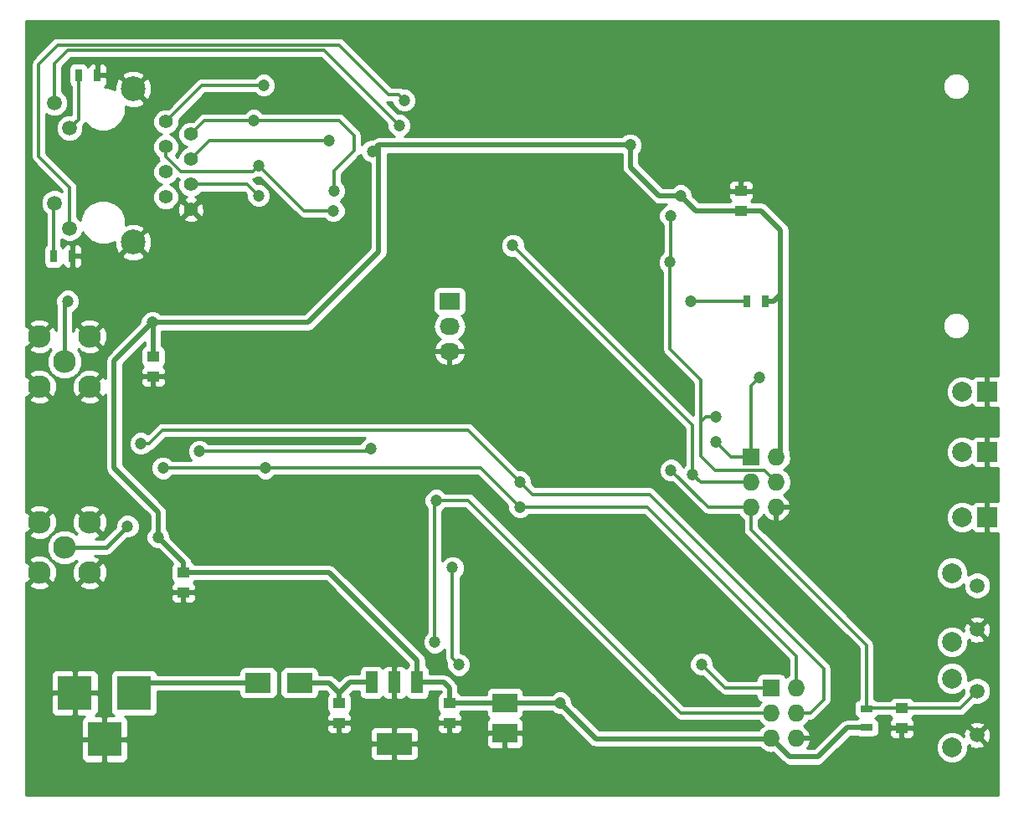
<source format=gbl>
G04 #@! TF.FileFunction,Copper,L2,Bot,Signal*
%FSLAX46Y46*%
G04 Gerber Fmt 4.6, Leading zero omitted, Abs format (unit mm)*
G04 Created by KiCad (PCBNEW 4.0.1-stable) date 23.02.2016 21:53:13*
%MOMM*%
G01*
G04 APERTURE LIST*
%ADD10C,0.100000*%
%ADD11C,1.400000*%
%ADD12C,2.500000*%
%ADD13C,1.500000*%
%ADD14R,1.250000X1.000000*%
%ADD15R,3.500120X3.500120*%
%ADD16R,2.000000X2.000000*%
%ADD17C,2.000000*%
%ADD18R,2.651760X2.029460*%
%ADD19R,1.727200X1.727200*%
%ADD20O,1.727200X1.727200*%
%ADD21R,2.032000X1.727200*%
%ADD22O,2.032000X1.727200*%
%ADD23R,0.700000X1.300000*%
%ADD24R,1.300000X0.700000*%
%ADD25C,2.300000*%
%ADD26C,1.501140*%
%ADD27C,1.998980*%
%ADD28R,1.219200X2.235200*%
%ADD29R,3.599180X2.199640*%
%ADD30R,2.499360X1.950720*%
%ADD31C,1.200000*%
%ADD32C,0.500000*%
%ADD33C,0.300000*%
%ADD34C,0.400000*%
%ADD35C,0.254000*%
G04 APERTURE END LIST*
D10*
D11*
X106414000Y-79375000D03*
X106414000Y-76835000D03*
X108954000Y-78105000D03*
X108954000Y-80645000D03*
X106414000Y-81915000D03*
X108954000Y-83185000D03*
X106414000Y-84455000D03*
X108954000Y-85725000D03*
D12*
X103124000Y-73530000D03*
X103124000Y-89030000D03*
D13*
X95174000Y-85065000D03*
X96694000Y-87605000D03*
X95174000Y-74955000D03*
X96694000Y-77495000D03*
D14*
X123952000Y-135652000D03*
X123952000Y-137652000D03*
X135128000Y-135652000D03*
X135128000Y-137652000D03*
X105156000Y-102600000D03*
X105156000Y-100600000D03*
X108204000Y-124444000D03*
X108204000Y-122444000D03*
D15*
X103228140Y-134620000D03*
X97228660Y-134620000D03*
X100228400Y-139319000D03*
D16*
X189484000Y-116840000D03*
D17*
X186944000Y-116840000D03*
D16*
X189484000Y-110236000D03*
D17*
X186944000Y-110236000D03*
D18*
X115770660Y-133604000D03*
X119941340Y-133604000D03*
D19*
X165608000Y-110744000D03*
D20*
X168148000Y-110744000D03*
X165608000Y-113284000D03*
X168148000Y-113284000D03*
X165608000Y-115824000D03*
X168148000Y-115824000D03*
D19*
X167640000Y-134112000D03*
D20*
X170180000Y-134112000D03*
X167640000Y-136652000D03*
X170180000Y-136652000D03*
X167640000Y-139192000D03*
X170180000Y-139192000D03*
D21*
X135128000Y-94996000D03*
D22*
X135128000Y-97536000D03*
X135128000Y-100076000D03*
D23*
X99502000Y-72136000D03*
X97602000Y-72136000D03*
X96962000Y-90424000D03*
X95062000Y-90424000D03*
D24*
X177292000Y-136210000D03*
X177292000Y-138110000D03*
D25*
X96189800Y-101092000D03*
X98729800Y-103632000D03*
X98729800Y-98552000D03*
X93649800Y-98552000D03*
X93649800Y-103632000D03*
X96189800Y-119888000D03*
X98729800Y-122428000D03*
X98729800Y-117348000D03*
X93649800Y-117348000D03*
X93649800Y-122428000D03*
D26*
X188468000Y-138874500D03*
X188468000Y-134429500D03*
D27*
X185928000Y-140144500D03*
X185928000Y-133159500D03*
D26*
X188468000Y-128206500D03*
X188468000Y-123761500D03*
D27*
X185928000Y-129476500D03*
X185928000Y-122491500D03*
D14*
X164592000Y-83836000D03*
X164592000Y-85836000D03*
D23*
X165166000Y-94996000D03*
X167066000Y-94996000D03*
D28*
X127228600Y-133553200D03*
X129540000Y-133553200D03*
X131851400Y-133553200D03*
D29*
X129540000Y-139750800D03*
D14*
X180848000Y-138160000D03*
X180848000Y-136160000D03*
D30*
X140716000Y-138684000D03*
X140716000Y-135636000D03*
D16*
X189484000Y-104140000D03*
D17*
X186944000Y-104140000D03*
D31*
X175260000Y-134112000D03*
X145415000Y-96520000D03*
X171196000Y-91948000D03*
X144780000Y-138176000D03*
X117348000Y-86360000D03*
X151384000Y-133604000D03*
X154940000Y-107188000D03*
X138684000Y-119380000D03*
X129411691Y-115952309D03*
X125476000Y-81788000D03*
X151384000Y-82804000D03*
X159004000Y-82296000D03*
X129032000Y-96012000D03*
X105072420Y-97146788D03*
X127319757Y-79805073D03*
X153387704Y-79195539D03*
X105664000Y-118872000D03*
X146304000Y-135636000D03*
X158496000Y-84328000D03*
X122936000Y-78740000D03*
X166472198Y-102708175D03*
X162052000Y-109220000D03*
X162052000Y-106680000D03*
X157422427Y-91049480D03*
X157480000Y-86360000D03*
X159721196Y-112486206D03*
X141508630Y-89354545D03*
X115824000Y-84328000D03*
X115824000Y-81280000D03*
X123376089Y-85854016D03*
X123444000Y-83820000D03*
X115316000Y-76708000D03*
X116332000Y-73152000D03*
X130048000Y-77216000D03*
X133771737Y-115149265D03*
X133632884Y-129471285D03*
X103908442Y-109384983D03*
X142240000Y-113284000D03*
X106148738Y-111855409D03*
X116489080Y-111855410D03*
X142240000Y-115824000D03*
X127166609Y-109888496D03*
X109829675Y-110169483D03*
X96520000Y-94996000D03*
X102557596Y-117775841D03*
X159512000Y-94996000D03*
X130556000Y-74676000D03*
X157521263Y-112093361D03*
X136054892Y-131749998D03*
X135416128Y-121956746D03*
X160602329Y-131725754D03*
D32*
X170180000Y-139192000D02*
X171842389Y-139192000D01*
X171842389Y-139192000D02*
X175260000Y-135774389D01*
X175260000Y-135774389D02*
X175260000Y-134112000D01*
X167640000Y-139192000D02*
X169521842Y-141073842D01*
X169521842Y-141073842D02*
X172349540Y-141073842D01*
X172349540Y-141073842D02*
X175313382Y-138110000D01*
X175313382Y-138110000D02*
X177292000Y-138110000D01*
X105156000Y-97230368D02*
X105072420Y-97146788D01*
X120785212Y-97146788D02*
X105072420Y-97146788D01*
X105664000Y-116332000D02*
X101215601Y-111883601D01*
X101215601Y-101003607D02*
X105072420Y-97146788D01*
X127963539Y-89968461D02*
X120785212Y-97146788D01*
X127963539Y-79195539D02*
X127963539Y-89968461D01*
X105156000Y-100600000D02*
X105156000Y-97230368D01*
X101215601Y-111883601D02*
X101215601Y-101003607D01*
X105664000Y-118872000D02*
X105664000Y-116332000D01*
X158496000Y-84328000D02*
X156318760Y-84328000D01*
X156318760Y-84328000D02*
X153416000Y-81425240D01*
X153416000Y-81425240D02*
X153416000Y-79223835D01*
X153416000Y-79223835D02*
X153387704Y-79195539D01*
X127929291Y-79195539D02*
X127319757Y-79805073D01*
X127963539Y-79195539D02*
X127929291Y-79195539D01*
X153387704Y-79195539D02*
X127963539Y-79195539D01*
X149930318Y-139258000D02*
X167574000Y-139258000D01*
X167574000Y-139258000D02*
X167640000Y-139192000D01*
X146304000Y-135636000D02*
X146308318Y-135636000D01*
X146308318Y-135636000D02*
X149930318Y-139258000D01*
X164592000Y-85836000D02*
X160000451Y-85836000D01*
X160000451Y-85836000D02*
X158496000Y-84331549D01*
X158496000Y-84331549D02*
X158496000Y-84328000D01*
X168612141Y-110279859D02*
X168612141Y-93980000D01*
X168612141Y-93980000D02*
X168612141Y-87840141D01*
X167066000Y-94996000D02*
X167916000Y-94996000D01*
X167916000Y-94996000D02*
X168612141Y-94299859D01*
X168612141Y-94299859D02*
X168612141Y-93980000D01*
X168148000Y-110744000D02*
X168612141Y-110279859D01*
X168612141Y-87840141D02*
X166608000Y-85836000D01*
X166608000Y-85836000D02*
X164592000Y-85836000D01*
X108204000Y-122444000D02*
X108204000Y-121412000D01*
X108204000Y-121412000D02*
X105664000Y-118872000D01*
X108204000Y-122444000D02*
X122952000Y-122444000D01*
X131851400Y-131343400D02*
X131851400Y-133553200D01*
X122952000Y-122444000D02*
X131851400Y-131343400D01*
X140716000Y-135636000D02*
X146304000Y-135636000D01*
X135128000Y-135652000D02*
X140700000Y-135652000D01*
X140700000Y-135652000D02*
X140716000Y-135636000D01*
X131851400Y-133553200D02*
X134569200Y-133553200D01*
X134569200Y-133553200D02*
X135128000Y-134112000D01*
X135128000Y-134112000D02*
X135128000Y-135652000D01*
D33*
X108956000Y-80645000D02*
X110861000Y-78740000D01*
X110861000Y-78740000D02*
X122936000Y-78740000D01*
D32*
X115770660Y-133604000D02*
X104244140Y-133604000D01*
X104244140Y-133604000D02*
X103228140Y-134620000D01*
D33*
X165608000Y-103572373D02*
X166472198Y-102708175D01*
X165608000Y-110744000D02*
X165608000Y-103572373D01*
X162052000Y-109220000D02*
X163576000Y-110744000D01*
X163576000Y-110744000D02*
X165608000Y-110744000D01*
X160528000Y-110646596D02*
X160528000Y-107188000D01*
X160528000Y-107188000D02*
X160528000Y-102939703D01*
X162052000Y-106680000D02*
X161036000Y-106680000D01*
X161036000Y-106680000D02*
X160528000Y-107188000D01*
X168148000Y-113284000D02*
X166934399Y-112070399D01*
X166934399Y-112070399D02*
X161951803Y-112070399D01*
X161951803Y-112070399D02*
X160528000Y-110646596D01*
X160528000Y-102939703D02*
X157422427Y-99834130D01*
X157422427Y-99834130D02*
X157422427Y-91049480D01*
X157480000Y-90991907D02*
X157422427Y-91049480D01*
X157480000Y-86360000D02*
X157480000Y-90991907D01*
X160518990Y-113284000D02*
X159721196Y-112486206D01*
X165608000Y-113284000D02*
X160518990Y-113284000D01*
X159721196Y-107567111D02*
X159721196Y-112486206D01*
X141508630Y-89354545D02*
X159721196Y-107567111D01*
X108956000Y-83185000D02*
X114681000Y-83185000D01*
X114681000Y-83185000D02*
X115824000Y-84328000D01*
X106416000Y-79375000D02*
X106416000Y-80364949D01*
X106416000Y-80364949D02*
X107931050Y-81879999D01*
X107931050Y-81879999D02*
X115224001Y-81879999D01*
X115224001Y-81879999D02*
X115824000Y-81280000D01*
X115824000Y-81280000D02*
X120398016Y-85854016D01*
X120398016Y-85854016D02*
X123376089Y-85854016D01*
X108956000Y-78105000D02*
X110353000Y-76708000D01*
X110353000Y-76708000D02*
X115316000Y-76708000D01*
X123952000Y-76708000D02*
X115316000Y-76708000D01*
X125476000Y-78232000D02*
X123952000Y-76708000D01*
X125476000Y-79756000D02*
X125476000Y-78232000D01*
X123444000Y-81788000D02*
X125476000Y-79756000D01*
X123444000Y-83820000D02*
X123444000Y-81788000D01*
X106416000Y-76835000D02*
X110099000Y-73152000D01*
X110099000Y-73152000D02*
X116332000Y-73152000D01*
X130048000Y-77216000D02*
X122428000Y-69596000D01*
X122428000Y-69596000D02*
X96520000Y-69596000D01*
X96520000Y-69596000D02*
X95174000Y-70942000D01*
X95174000Y-70942000D02*
X95174000Y-74955000D01*
X133632884Y-129471285D02*
X133632884Y-115288118D01*
X167640000Y-136652000D02*
X158501710Y-136652000D01*
X133632884Y-115288118D02*
X133771737Y-115149265D01*
X136998975Y-115149265D02*
X133771737Y-115149265D01*
X158501710Y-136652000D02*
X136998975Y-115149265D01*
X170180000Y-136652000D02*
X171598538Y-136652000D01*
X171598538Y-136652000D02*
X172971377Y-135279161D01*
X172971377Y-135279161D02*
X172971377Y-132148734D01*
X172971377Y-132148734D02*
X155348100Y-114525457D01*
X155348100Y-114525457D02*
X143481457Y-114525457D01*
X143481457Y-114525457D02*
X142240000Y-113284000D01*
X142240000Y-113284000D02*
X136989978Y-108033978D01*
X136989978Y-108033978D02*
X106107975Y-108033978D01*
X106107975Y-108033978D02*
X104756970Y-109384983D01*
X104756970Y-109384983D02*
X103908442Y-109384983D01*
X170180000Y-134112000D02*
X170180000Y-130897406D01*
X170180000Y-130897406D02*
X155106594Y-115824000D01*
X155106594Y-115824000D02*
X142240000Y-115824000D01*
X115640551Y-111855409D02*
X106148738Y-111855409D01*
X116489080Y-111855410D02*
X115640551Y-111855409D01*
X138271410Y-111855410D02*
X116489080Y-111855410D01*
X142240000Y-115824000D02*
X138271410Y-111855410D01*
X126885622Y-110169483D02*
X127166609Y-109888496D01*
X109829675Y-110169483D02*
X126885622Y-110169483D01*
D34*
X96189800Y-95326200D02*
X96189800Y-101092000D01*
X96520000Y-94996000D02*
X96189800Y-95326200D01*
X100445437Y-119888000D02*
X102557596Y-117775841D01*
X96189800Y-119888000D02*
X100445437Y-119888000D01*
D32*
X123952000Y-135652000D02*
X123952000Y-134620000D01*
X123952000Y-134620000D02*
X125018800Y-133553200D01*
X125018800Y-133553200D02*
X127228600Y-133553200D01*
X119941340Y-133604000D02*
X122936000Y-133604000D01*
X122936000Y-133604000D02*
X123952000Y-134620000D01*
D33*
X159512000Y-94996000D02*
X165166000Y-94996000D01*
X130556000Y-74676000D02*
X129956001Y-74076001D01*
X129956001Y-74076001D02*
X128940001Y-74076001D01*
X128940001Y-74076001D02*
X123952000Y-69088000D01*
X123952000Y-69088000D02*
X95504000Y-69088000D01*
X95504000Y-69088000D02*
X93562330Y-71029670D01*
X93562330Y-71029670D02*
X93562330Y-80354330D01*
X93562330Y-80354330D02*
X96696000Y-83488000D01*
X96696000Y-83488000D02*
X96696000Y-87605000D01*
X188468000Y-134429500D02*
X186737500Y-136160000D01*
X186737500Y-136160000D02*
X180848000Y-136160000D01*
X180848000Y-136160000D02*
X177342000Y-136160000D01*
X177342000Y-136160000D02*
X177292000Y-136210000D01*
X165608000Y-115824000D02*
X165606150Y-115825850D01*
X165606150Y-118086977D02*
X177292000Y-129772827D01*
X165606150Y-115825850D02*
X165606150Y-118086977D01*
X177292000Y-129772827D02*
X177292000Y-136210000D01*
X161251902Y-115824000D02*
X157521263Y-112093361D01*
X165608000Y-115824000D02*
X161251902Y-115824000D01*
X135416128Y-131111234D02*
X136054892Y-131749998D01*
X135416128Y-121956746D02*
X135416128Y-131111234D01*
X162988575Y-134112000D02*
X160602329Y-131725754D01*
X167640000Y-134112000D02*
X162988575Y-134112000D01*
X97602000Y-72136000D02*
X97602000Y-76589000D01*
X97602000Y-76589000D02*
X96696000Y-77495000D01*
X95062000Y-90424000D02*
X95062000Y-85179000D01*
X95062000Y-85179000D02*
X95176000Y-85065000D01*
D35*
G36*
X190622300Y-102509966D02*
X190610310Y-102505000D01*
X189769750Y-102505000D01*
X189611000Y-102663750D01*
X189611000Y-104013000D01*
X189631000Y-104013000D01*
X189631000Y-104267000D01*
X189611000Y-104267000D01*
X189611000Y-105616250D01*
X189769750Y-105775000D01*
X190610310Y-105775000D01*
X190622300Y-105770034D01*
X190622300Y-108605966D01*
X190610310Y-108601000D01*
X189769750Y-108601000D01*
X189611000Y-108759750D01*
X189611000Y-110109000D01*
X189631000Y-110109000D01*
X189631000Y-110363000D01*
X189611000Y-110363000D01*
X189611000Y-111712250D01*
X189769750Y-111871000D01*
X190610310Y-111871000D01*
X190622300Y-111866034D01*
X190622300Y-115209966D01*
X190610310Y-115205000D01*
X189769750Y-115205000D01*
X189611000Y-115363750D01*
X189611000Y-116713000D01*
X189631000Y-116713000D01*
X189631000Y-116967000D01*
X189611000Y-116967000D01*
X189611000Y-118316250D01*
X189769750Y-118475000D01*
X190610310Y-118475000D01*
X190622300Y-118470034D01*
X190622300Y-144978500D01*
X92257500Y-144978500D01*
X92257500Y-139604750D01*
X97843340Y-139604750D01*
X97843340Y-141195370D01*
X97940013Y-141428759D01*
X98118642Y-141607387D01*
X98352031Y-141704060D01*
X99942650Y-141704060D01*
X100101400Y-141545310D01*
X100101400Y-139446000D01*
X100355400Y-139446000D01*
X100355400Y-141545310D01*
X100514150Y-141704060D01*
X102104769Y-141704060D01*
X102338158Y-141607387D01*
X102516787Y-141428759D01*
X102613460Y-141195370D01*
X102613460Y-140036550D01*
X127105410Y-140036550D01*
X127105410Y-140976930D01*
X127202083Y-141210319D01*
X127380712Y-141388947D01*
X127614101Y-141485620D01*
X129254250Y-141485620D01*
X129413000Y-141326870D01*
X129413000Y-139877800D01*
X129667000Y-139877800D01*
X129667000Y-141326870D01*
X129825750Y-141485620D01*
X131465899Y-141485620D01*
X131699288Y-141388947D01*
X131877917Y-141210319D01*
X131974590Y-140976930D01*
X131974590Y-140036550D01*
X131815840Y-139877800D01*
X129667000Y-139877800D01*
X129413000Y-139877800D01*
X127264160Y-139877800D01*
X127105410Y-140036550D01*
X102613460Y-140036550D01*
X102613460Y-139604750D01*
X102454710Y-139446000D01*
X100355400Y-139446000D01*
X100101400Y-139446000D01*
X98002090Y-139446000D01*
X97843340Y-139604750D01*
X92257500Y-139604750D01*
X92257500Y-134905750D01*
X94843600Y-134905750D01*
X94843600Y-136496370D01*
X94940273Y-136729759D01*
X95118902Y-136908387D01*
X95352291Y-137005060D01*
X96942910Y-137005060D01*
X97101660Y-136846310D01*
X97101660Y-134747000D01*
X97355660Y-134747000D01*
X97355660Y-136846310D01*
X97514410Y-137005060D01*
X98180332Y-137005060D01*
X98118642Y-137030613D01*
X97940013Y-137209241D01*
X97843340Y-137442630D01*
X97843340Y-139033250D01*
X98002090Y-139192000D01*
X100101400Y-139192000D01*
X100101400Y-137092690D01*
X100355400Y-137092690D01*
X100355400Y-139192000D01*
X102454710Y-139192000D01*
X102613460Y-139033250D01*
X102613460Y-137937750D01*
X122692000Y-137937750D01*
X122692000Y-138278309D01*
X122788673Y-138511698D01*
X122967301Y-138690327D01*
X123200690Y-138787000D01*
X123666250Y-138787000D01*
X123825000Y-138628250D01*
X123825000Y-137779000D01*
X124079000Y-137779000D01*
X124079000Y-138628250D01*
X124237750Y-138787000D01*
X124703310Y-138787000D01*
X124936699Y-138690327D01*
X125102355Y-138524670D01*
X127105410Y-138524670D01*
X127105410Y-139465050D01*
X127264160Y-139623800D01*
X129413000Y-139623800D01*
X129413000Y-138174730D01*
X129667000Y-138174730D01*
X129667000Y-139623800D01*
X131815840Y-139623800D01*
X131974590Y-139465050D01*
X131974590Y-138969750D01*
X138831320Y-138969750D01*
X138831320Y-139785669D01*
X138927993Y-140019058D01*
X139106621Y-140197687D01*
X139340010Y-140294360D01*
X140430250Y-140294360D01*
X140589000Y-140135610D01*
X140589000Y-138811000D01*
X140843000Y-138811000D01*
X140843000Y-140135610D01*
X141001750Y-140294360D01*
X142091990Y-140294360D01*
X142325379Y-140197687D01*
X142504007Y-140019058D01*
X142600680Y-139785669D01*
X142600680Y-138969750D01*
X142441930Y-138811000D01*
X140843000Y-138811000D01*
X140589000Y-138811000D01*
X138990070Y-138811000D01*
X138831320Y-138969750D01*
X131974590Y-138969750D01*
X131974590Y-138524670D01*
X131877917Y-138291281D01*
X131699288Y-138112653D01*
X131465899Y-138015980D01*
X129825750Y-138015980D01*
X129667000Y-138174730D01*
X129413000Y-138174730D01*
X129254250Y-138015980D01*
X127614101Y-138015980D01*
X127380712Y-138112653D01*
X127202083Y-138291281D01*
X127105410Y-138524670D01*
X125102355Y-138524670D01*
X125115327Y-138511698D01*
X125212000Y-138278309D01*
X125212000Y-137937750D01*
X133868000Y-137937750D01*
X133868000Y-138278309D01*
X133964673Y-138511698D01*
X134143301Y-138690327D01*
X134376690Y-138787000D01*
X134842250Y-138787000D01*
X135001000Y-138628250D01*
X135001000Y-137779000D01*
X135255000Y-137779000D01*
X135255000Y-138628250D01*
X135413750Y-138787000D01*
X135879310Y-138787000D01*
X136112699Y-138690327D01*
X136291327Y-138511698D01*
X136388000Y-138278309D01*
X136388000Y-137937750D01*
X136229250Y-137779000D01*
X135255000Y-137779000D01*
X135001000Y-137779000D01*
X134026750Y-137779000D01*
X133868000Y-137937750D01*
X125212000Y-137937750D01*
X125053250Y-137779000D01*
X124079000Y-137779000D01*
X123825000Y-137779000D01*
X122850750Y-137779000D01*
X122692000Y-137937750D01*
X102613460Y-137937750D01*
X102613460Y-137442630D01*
X102516787Y-137209241D01*
X102338158Y-137030613D01*
X102286808Y-137009343D01*
X104978200Y-137009343D01*
X105210552Y-136965623D01*
X105423953Y-136828303D01*
X105567117Y-136618777D01*
X105617483Y-136370060D01*
X105617483Y-134481000D01*
X113805497Y-134481000D01*
X113805497Y-134618730D01*
X113849217Y-134851082D01*
X113986537Y-135064483D01*
X114196063Y-135207647D01*
X114444780Y-135258013D01*
X117096540Y-135258013D01*
X117328892Y-135214293D01*
X117542293Y-135076973D01*
X117685457Y-134867447D01*
X117735823Y-134618730D01*
X117735823Y-132589270D01*
X117976177Y-132589270D01*
X117976177Y-134618730D01*
X118019897Y-134851082D01*
X118157217Y-135064483D01*
X118366743Y-135207647D01*
X118615460Y-135258013D01*
X121267220Y-135258013D01*
X121499572Y-135214293D01*
X121712973Y-135076973D01*
X121856137Y-134867447D01*
X121906503Y-134618730D01*
X121906503Y-134481000D01*
X122572734Y-134481000D01*
X122842378Y-134750644D01*
X122738083Y-134903283D01*
X122687717Y-135152000D01*
X122687717Y-136152000D01*
X122731437Y-136384352D01*
X122868757Y-136597753D01*
X122936758Y-136644216D01*
X122788673Y-136792302D01*
X122692000Y-137025691D01*
X122692000Y-137366250D01*
X122850750Y-137525000D01*
X123825000Y-137525000D01*
X123825000Y-137505000D01*
X124079000Y-137505000D01*
X124079000Y-137525000D01*
X125053250Y-137525000D01*
X125212000Y-137366250D01*
X125212000Y-137025691D01*
X125115327Y-136792302D01*
X124968305Y-136645279D01*
X125022753Y-136610243D01*
X125165917Y-136400717D01*
X125216283Y-136152000D01*
X125216283Y-135152000D01*
X125172563Y-134919648D01*
X125062954Y-134749312D01*
X125382066Y-134430200D01*
X125979717Y-134430200D01*
X125979717Y-134670800D01*
X126023437Y-134903152D01*
X126160757Y-135116553D01*
X126370283Y-135259717D01*
X126619000Y-135310083D01*
X127838200Y-135310083D01*
X128070552Y-135266363D01*
X128283953Y-135129043D01*
X128376679Y-134993335D01*
X128392073Y-135030499D01*
X128570702Y-135209127D01*
X128804091Y-135305800D01*
X129254250Y-135305800D01*
X129413000Y-135147050D01*
X129413000Y-133680200D01*
X129393000Y-133680200D01*
X129393000Y-133426200D01*
X129413000Y-133426200D01*
X129413000Y-131959350D01*
X129254250Y-131800600D01*
X128804091Y-131800600D01*
X128570702Y-131897273D01*
X128392073Y-132075901D01*
X128376308Y-132113961D01*
X128296443Y-131989847D01*
X128086917Y-131846683D01*
X127838200Y-131796317D01*
X126619000Y-131796317D01*
X126386648Y-131840037D01*
X126173247Y-131977357D01*
X126030083Y-132186883D01*
X125979717Y-132435600D01*
X125979717Y-132676200D01*
X125018800Y-132676200D01*
X124683187Y-132742958D01*
X124398667Y-132933067D01*
X123952000Y-133379734D01*
X123556133Y-132983867D01*
X123271613Y-132793758D01*
X122936000Y-132727000D01*
X121906503Y-132727000D01*
X121906503Y-132589270D01*
X121862783Y-132356918D01*
X121725463Y-132143517D01*
X121515937Y-132000353D01*
X121267220Y-131949987D01*
X118615460Y-131949987D01*
X118383108Y-131993707D01*
X118169707Y-132131027D01*
X118026543Y-132340553D01*
X117976177Y-132589270D01*
X117735823Y-132589270D01*
X117692103Y-132356918D01*
X117554783Y-132143517D01*
X117345257Y-132000353D01*
X117096540Y-131949987D01*
X114444780Y-131949987D01*
X114212428Y-131993707D01*
X113999027Y-132131027D01*
X113855863Y-132340553D01*
X113805497Y-132589270D01*
X113805497Y-132727000D01*
X105590587Y-132727000D01*
X105573763Y-132637588D01*
X105436443Y-132424187D01*
X105226917Y-132281023D01*
X104978200Y-132230657D01*
X101478080Y-132230657D01*
X101245728Y-132274377D01*
X101032327Y-132411697D01*
X100889163Y-132621223D01*
X100838797Y-132869940D01*
X100838797Y-136370060D01*
X100882517Y-136602412D01*
X101019837Y-136815813D01*
X101192720Y-136933940D01*
X100514150Y-136933940D01*
X100355400Y-137092690D01*
X100101400Y-137092690D01*
X99942650Y-136933940D01*
X99276728Y-136933940D01*
X99338418Y-136908387D01*
X99517047Y-136729759D01*
X99613720Y-136496370D01*
X99613720Y-134905750D01*
X99454970Y-134747000D01*
X97355660Y-134747000D01*
X97101660Y-134747000D01*
X95002350Y-134747000D01*
X94843600Y-134905750D01*
X92257500Y-134905750D01*
X92257500Y-132743630D01*
X94843600Y-132743630D01*
X94843600Y-134334250D01*
X95002350Y-134493000D01*
X97101660Y-134493000D01*
X97101660Y-132393690D01*
X97355660Y-132393690D01*
X97355660Y-134493000D01*
X99454970Y-134493000D01*
X99613720Y-134334250D01*
X99613720Y-132743630D01*
X99517047Y-132510241D01*
X99338418Y-132331613D01*
X99105029Y-132234940D01*
X97514410Y-132234940D01*
X97355660Y-132393690D01*
X97101660Y-132393690D01*
X96942910Y-132234940D01*
X95352291Y-132234940D01*
X95118902Y-132331613D01*
X94940273Y-132510241D01*
X94843600Y-132743630D01*
X92257500Y-132743630D01*
X92257500Y-124729750D01*
X106944000Y-124729750D01*
X106944000Y-125070309D01*
X107040673Y-125303698D01*
X107219301Y-125482327D01*
X107452690Y-125579000D01*
X107918250Y-125579000D01*
X108077000Y-125420250D01*
X108077000Y-124571000D01*
X108331000Y-124571000D01*
X108331000Y-125420250D01*
X108489750Y-125579000D01*
X108955310Y-125579000D01*
X109188699Y-125482327D01*
X109367327Y-125303698D01*
X109464000Y-125070309D01*
X109464000Y-124729750D01*
X109305250Y-124571000D01*
X108331000Y-124571000D01*
X108077000Y-124571000D01*
X107102750Y-124571000D01*
X106944000Y-124729750D01*
X92257500Y-124729750D01*
X92257500Y-123689025D01*
X92568381Y-123689025D01*
X92685401Y-123971446D01*
X93349463Y-124223018D01*
X94059248Y-124201314D01*
X94614199Y-123971446D01*
X94731219Y-123689025D01*
X97648381Y-123689025D01*
X97765401Y-123971446D01*
X98429463Y-124223018D01*
X99139248Y-124201314D01*
X99694199Y-123971446D01*
X99811219Y-123689025D01*
X98729800Y-122607605D01*
X97648381Y-123689025D01*
X94731219Y-123689025D01*
X93649800Y-122607605D01*
X92568381Y-123689025D01*
X92257500Y-123689025D01*
X92257500Y-123455026D01*
X92388775Y-123509419D01*
X93470195Y-122428000D01*
X92388775Y-121346581D01*
X92257500Y-121400974D01*
X92257500Y-118609025D01*
X92568381Y-118609025D01*
X92685401Y-118891446D01*
X93349463Y-119143018D01*
X94059248Y-119121314D01*
X94614199Y-118891446D01*
X94731218Y-118609026D01*
X94843389Y-118721197D01*
X94684212Y-118880096D01*
X94413110Y-119532982D01*
X94412493Y-120239916D01*
X94682455Y-120893274D01*
X94843546Y-121054646D01*
X94731218Y-121166974D01*
X94614199Y-120884554D01*
X93950137Y-120632982D01*
X93240352Y-120654686D01*
X92685401Y-120884554D01*
X92568381Y-121166975D01*
X93649800Y-122248395D01*
X93663942Y-122234252D01*
X93843548Y-122413858D01*
X93829405Y-122428000D01*
X94910825Y-123509419D01*
X95193246Y-123392399D01*
X95444818Y-122728337D01*
X95423114Y-122018552D01*
X95193246Y-121463601D01*
X94910826Y-121346582D01*
X95022997Y-121234411D01*
X95181896Y-121393588D01*
X95834782Y-121664690D01*
X96541716Y-121665307D01*
X97195074Y-121395345D01*
X97356446Y-121234254D01*
X97468774Y-121346582D01*
X97186354Y-121463601D01*
X96934782Y-122127663D01*
X96956486Y-122837448D01*
X97186354Y-123392399D01*
X97468775Y-123509419D01*
X98550195Y-122428000D01*
X98909405Y-122428000D01*
X99990825Y-123509419D01*
X100273246Y-123392399D01*
X100524818Y-122728337D01*
X100503114Y-122018552D01*
X100273246Y-121463601D01*
X99990825Y-121346581D01*
X98909405Y-122428000D01*
X98550195Y-122428000D01*
X98536052Y-122413858D01*
X98715658Y-122234252D01*
X98729800Y-122248395D01*
X99811219Y-121166975D01*
X99694199Y-120884554D01*
X99246636Y-120715000D01*
X100445437Y-120715000D01*
X100761916Y-120652048D01*
X101030214Y-120472777D01*
X102500200Y-119002791D01*
X102800591Y-119003053D01*
X103251727Y-118816647D01*
X103597189Y-118471788D01*
X103784382Y-118020977D01*
X103784808Y-117532846D01*
X103598402Y-117081710D01*
X103253543Y-116736248D01*
X102802732Y-116549055D01*
X102314601Y-116548629D01*
X101863465Y-116735035D01*
X101518003Y-117079894D01*
X101330810Y-117530705D01*
X101330546Y-117833337D01*
X100102883Y-119061000D01*
X99284859Y-119061000D01*
X99694199Y-118891446D01*
X99811219Y-118609025D01*
X98729800Y-117527605D01*
X98715658Y-117541748D01*
X98536052Y-117362142D01*
X98550195Y-117348000D01*
X98909405Y-117348000D01*
X99990825Y-118429419D01*
X100273246Y-118312399D01*
X100524818Y-117648337D01*
X100503114Y-116938552D01*
X100273246Y-116383601D01*
X99990825Y-116266581D01*
X98909405Y-117348000D01*
X98550195Y-117348000D01*
X97468775Y-116266581D01*
X97186354Y-116383601D01*
X96934782Y-117047663D01*
X96956486Y-117757448D01*
X97186354Y-118312399D01*
X97468774Y-118429418D01*
X97356603Y-118541589D01*
X97197704Y-118382412D01*
X96544818Y-118111310D01*
X95837884Y-118110693D01*
X95184526Y-118380655D01*
X95023154Y-118541746D01*
X94910826Y-118429418D01*
X95193246Y-118312399D01*
X95444818Y-117648337D01*
X95423114Y-116938552D01*
X95193246Y-116383601D01*
X94910825Y-116266581D01*
X93829405Y-117348000D01*
X93843548Y-117362142D01*
X93663942Y-117541748D01*
X93649800Y-117527605D01*
X92568381Y-118609025D01*
X92257500Y-118609025D01*
X92257500Y-118375026D01*
X92388775Y-118429419D01*
X93470195Y-117348000D01*
X92388775Y-116266581D01*
X92257500Y-116320974D01*
X92257500Y-116086975D01*
X92568381Y-116086975D01*
X93649800Y-117168395D01*
X94731219Y-116086975D01*
X97648381Y-116086975D01*
X98729800Y-117168395D01*
X99811219Y-116086975D01*
X99694199Y-115804554D01*
X99030137Y-115552982D01*
X98320352Y-115574686D01*
X97765401Y-115804554D01*
X97648381Y-116086975D01*
X94731219Y-116086975D01*
X94614199Y-115804554D01*
X93950137Y-115552982D01*
X93240352Y-115574686D01*
X92685401Y-115804554D01*
X92568381Y-116086975D01*
X92257500Y-116086975D01*
X92257500Y-104893025D01*
X92568381Y-104893025D01*
X92685401Y-105175446D01*
X93349463Y-105427018D01*
X94059248Y-105405314D01*
X94614199Y-105175446D01*
X94731219Y-104893025D01*
X97648381Y-104893025D01*
X97765401Y-105175446D01*
X98429463Y-105427018D01*
X99139248Y-105405314D01*
X99694199Y-105175446D01*
X99811219Y-104893025D01*
X98729800Y-103811605D01*
X97648381Y-104893025D01*
X94731219Y-104893025D01*
X93649800Y-103811605D01*
X92568381Y-104893025D01*
X92257500Y-104893025D01*
X92257500Y-104659026D01*
X92388775Y-104713419D01*
X93470195Y-103632000D01*
X92388775Y-102550581D01*
X92257500Y-102604974D01*
X92257500Y-99813025D01*
X92568381Y-99813025D01*
X92685401Y-100095446D01*
X93349463Y-100347018D01*
X94059248Y-100325314D01*
X94614199Y-100095446D01*
X94731218Y-99813026D01*
X94843389Y-99925197D01*
X94684212Y-100084096D01*
X94413110Y-100736982D01*
X94412493Y-101443916D01*
X94682455Y-102097274D01*
X94843546Y-102258646D01*
X94731218Y-102370974D01*
X94614199Y-102088554D01*
X93950137Y-101836982D01*
X93240352Y-101858686D01*
X92685401Y-102088554D01*
X92568381Y-102370975D01*
X93649800Y-103452395D01*
X93663942Y-103438252D01*
X93843548Y-103617858D01*
X93829405Y-103632000D01*
X94910825Y-104713419D01*
X95193246Y-104596399D01*
X95444818Y-103932337D01*
X95423114Y-103222552D01*
X95193246Y-102667601D01*
X94910826Y-102550582D01*
X95022997Y-102438411D01*
X95181896Y-102597588D01*
X95834782Y-102868690D01*
X96541716Y-102869307D01*
X97195074Y-102599345D01*
X97356446Y-102438254D01*
X97468774Y-102550582D01*
X97186354Y-102667601D01*
X96934782Y-103331663D01*
X96956486Y-104041448D01*
X97186354Y-104596399D01*
X97468775Y-104713419D01*
X98550195Y-103632000D01*
X98536052Y-103617858D01*
X98715658Y-103438252D01*
X98729800Y-103452395D01*
X99811219Y-102370975D01*
X99694199Y-102088554D01*
X99030137Y-101836982D01*
X98320352Y-101858686D01*
X97765401Y-102088554D01*
X97648382Y-102370974D01*
X97536211Y-102258803D01*
X97695388Y-102099904D01*
X97966490Y-101447018D01*
X97967107Y-100740084D01*
X97697145Y-100086726D01*
X97536054Y-99925354D01*
X97648382Y-99813026D01*
X97765401Y-100095446D01*
X98429463Y-100347018D01*
X99139248Y-100325314D01*
X99694199Y-100095446D01*
X99811219Y-99813025D01*
X98729800Y-98731605D01*
X98715658Y-98745748D01*
X98536052Y-98566142D01*
X98550195Y-98552000D01*
X98909405Y-98552000D01*
X99990825Y-99633419D01*
X100273246Y-99516399D01*
X100524818Y-98852337D01*
X100503114Y-98142552D01*
X100273246Y-97587601D01*
X99990825Y-97470581D01*
X98909405Y-98552000D01*
X98550195Y-98552000D01*
X97468775Y-97470581D01*
X97186354Y-97587601D01*
X97016800Y-98035164D01*
X97016800Y-97290975D01*
X97648381Y-97290975D01*
X98729800Y-98372395D01*
X99811219Y-97290975D01*
X99694199Y-97008554D01*
X99030137Y-96756982D01*
X98320352Y-96778686D01*
X97765401Y-97008554D01*
X97648381Y-97290975D01*
X97016800Y-97290975D01*
X97016800Y-96118342D01*
X97214131Y-96036806D01*
X97559593Y-95691947D01*
X97746786Y-95241136D01*
X97747212Y-94753005D01*
X97560806Y-94301869D01*
X97215947Y-93956407D01*
X96765136Y-93769214D01*
X96277005Y-93768788D01*
X95825869Y-93955194D01*
X95480407Y-94300053D01*
X95293214Y-94750864D01*
X95292788Y-95238995D01*
X95362800Y-95408437D01*
X95362800Y-97996941D01*
X95193246Y-97587601D01*
X94910825Y-97470581D01*
X93829405Y-98552000D01*
X93843548Y-98566142D01*
X93663942Y-98745748D01*
X93649800Y-98731605D01*
X92568381Y-99813025D01*
X92257500Y-99813025D01*
X92257500Y-99579026D01*
X92388775Y-99633419D01*
X93470195Y-98552000D01*
X92388775Y-97470581D01*
X92257500Y-97524974D01*
X92257500Y-97290975D01*
X92568381Y-97290975D01*
X93649800Y-98372395D01*
X94731219Y-97290975D01*
X94614199Y-97008554D01*
X93950137Y-96756982D01*
X93240352Y-96778686D01*
X92685401Y-97008554D01*
X92568381Y-97290975D01*
X92257500Y-97290975D01*
X92257500Y-71029670D01*
X92785330Y-71029670D01*
X92785330Y-80354330D01*
X92844476Y-80651675D01*
X93012908Y-80903752D01*
X95919000Y-83809844D01*
X95919000Y-83883358D01*
X95449104Y-83688240D01*
X94901299Y-83687762D01*
X94395011Y-83896956D01*
X94007317Y-84283974D01*
X93797240Y-84789896D01*
X93796762Y-85337701D01*
X94005956Y-85843989D01*
X94285000Y-86123520D01*
X94285000Y-89303690D01*
X94266247Y-89315757D01*
X94123083Y-89525283D01*
X94072717Y-89774000D01*
X94072717Y-91074000D01*
X94116437Y-91306352D01*
X94253757Y-91519753D01*
X94463283Y-91662917D01*
X94712000Y-91713283D01*
X95412000Y-91713283D01*
X95644352Y-91669563D01*
X95857753Y-91532243D01*
X96000917Y-91322717D01*
X96009712Y-91279284D01*
X96073673Y-91433699D01*
X96252302Y-91612327D01*
X96485691Y-91709000D01*
X96676250Y-91709000D01*
X96835000Y-91550250D01*
X96835000Y-90551000D01*
X97089000Y-90551000D01*
X97089000Y-91550250D01*
X97247750Y-91709000D01*
X97438309Y-91709000D01*
X97671698Y-91612327D01*
X97850327Y-91433699D01*
X97947000Y-91200310D01*
X97947000Y-90709750D01*
X97788250Y-90551000D01*
X97089000Y-90551000D01*
X96835000Y-90551000D01*
X96815000Y-90551000D01*
X96815000Y-90363320D01*
X101970285Y-90363320D01*
X102099533Y-90656123D01*
X102799806Y-90924388D01*
X103549435Y-90904250D01*
X104148467Y-90656123D01*
X104277715Y-90363320D01*
X103124000Y-89209605D01*
X101970285Y-90363320D01*
X96815000Y-90363320D01*
X96815000Y-90297000D01*
X96835000Y-90297000D01*
X96835000Y-89297750D01*
X97089000Y-89297750D01*
X97089000Y-90297000D01*
X97788250Y-90297000D01*
X97947000Y-90138250D01*
X97947000Y-89647690D01*
X97850327Y-89414301D01*
X97671698Y-89235673D01*
X97438309Y-89139000D01*
X97247750Y-89139000D01*
X97089000Y-89297750D01*
X96835000Y-89297750D01*
X96676250Y-89139000D01*
X96485691Y-89139000D01*
X96252302Y-89235673D01*
X96073673Y-89414301D01*
X96011737Y-89563829D01*
X96007563Y-89541648D01*
X95870243Y-89328247D01*
X95839000Y-89306899D01*
X95839000Y-88697580D01*
X95912974Y-88771683D01*
X96418896Y-88981760D01*
X96966701Y-88982238D01*
X97472989Y-88773044D01*
X97860683Y-88386026D01*
X98036822Y-87961837D01*
X98163734Y-88268989D01*
X98796679Y-88903039D01*
X99624084Y-89246608D01*
X100519985Y-89247390D01*
X101236211Y-88951452D01*
X101249750Y-89455435D01*
X101497877Y-90054467D01*
X101790680Y-90183715D01*
X102944395Y-89030000D01*
X103303605Y-89030000D01*
X104457320Y-90183715D01*
X104750123Y-90054467D01*
X105018388Y-89354194D01*
X104998250Y-88604565D01*
X104750123Y-88005533D01*
X104457320Y-87876285D01*
X103303605Y-89030000D01*
X102944395Y-89030000D01*
X102930253Y-89015858D01*
X103109858Y-88836253D01*
X103124000Y-88850395D01*
X104277715Y-87696680D01*
X104148467Y-87403877D01*
X103448194Y-87135612D01*
X102698565Y-87155750D01*
X102325726Y-87310185D01*
X102326292Y-86660275D01*
X108198331Y-86660275D01*
X108260169Y-86896042D01*
X108761122Y-87072419D01*
X109291440Y-87043664D01*
X109647831Y-86896042D01*
X109709669Y-86660275D01*
X108954000Y-85904605D01*
X108198331Y-86660275D01*
X102326292Y-86660275D01*
X102326390Y-86549015D01*
X101984266Y-85721011D01*
X101351321Y-85086961D01*
X100523916Y-84743392D01*
X99628015Y-84742610D01*
X98800011Y-85084734D01*
X98165961Y-85717679D01*
X97822392Y-86545084D01*
X97822182Y-86786079D01*
X97475026Y-86438317D01*
X97473000Y-86437476D01*
X97473000Y-83488000D01*
X97413854Y-83190655D01*
X97245422Y-82938578D01*
X94339330Y-80032486D01*
X94339330Y-77767701D01*
X95316762Y-77767701D01*
X95525956Y-78273989D01*
X95912974Y-78661683D01*
X96418896Y-78871760D01*
X96966701Y-78872238D01*
X97472989Y-78663044D01*
X97860683Y-78276026D01*
X98070760Y-77770104D01*
X98071238Y-77222299D01*
X98070158Y-77219686D01*
X98151422Y-77138422D01*
X98276211Y-76951662D01*
X98796679Y-77473039D01*
X99624084Y-77816608D01*
X100519985Y-77817390D01*
X101347989Y-77475266D01*
X101982039Y-76842321D01*
X102325608Y-76014916D01*
X102326282Y-75242987D01*
X102799806Y-75424388D01*
X103549435Y-75404250D01*
X104148467Y-75156123D01*
X104277715Y-74863320D01*
X103124000Y-73709605D01*
X103109858Y-73723748D01*
X102930253Y-73544143D01*
X102944395Y-73530000D01*
X103303605Y-73530000D01*
X104457320Y-74683715D01*
X104750123Y-74554467D01*
X105018388Y-73854194D01*
X104998250Y-73104565D01*
X104750123Y-72505533D01*
X104457320Y-72376285D01*
X103303605Y-73530000D01*
X102944395Y-73530000D01*
X101790680Y-72376285D01*
X101497877Y-72505533D01*
X101229612Y-73205806D01*
X101240496Y-73610942D01*
X100523916Y-73313392D01*
X100222896Y-73313129D01*
X100390327Y-73145699D01*
X100487000Y-72912310D01*
X100487000Y-72421750D01*
X100328250Y-72263000D01*
X99629000Y-72263000D01*
X99629000Y-72283000D01*
X99375000Y-72283000D01*
X99375000Y-72263000D01*
X99355000Y-72263000D01*
X99355000Y-72196680D01*
X101970285Y-72196680D01*
X103124000Y-73350395D01*
X104277715Y-72196680D01*
X104148467Y-71903877D01*
X103448194Y-71635612D01*
X102698565Y-71655750D01*
X102099533Y-71903877D01*
X101970285Y-72196680D01*
X99355000Y-72196680D01*
X99355000Y-72009000D01*
X99375000Y-72009000D01*
X99375000Y-71009750D01*
X99629000Y-71009750D01*
X99629000Y-72009000D01*
X100328250Y-72009000D01*
X100487000Y-71850250D01*
X100487000Y-71359690D01*
X100390327Y-71126301D01*
X100211698Y-70947673D01*
X99978309Y-70851000D01*
X99787750Y-70851000D01*
X99629000Y-71009750D01*
X99375000Y-71009750D01*
X99216250Y-70851000D01*
X99025691Y-70851000D01*
X98792302Y-70947673D01*
X98613673Y-71126301D01*
X98551737Y-71275829D01*
X98547563Y-71253648D01*
X98410243Y-71040247D01*
X98200717Y-70897083D01*
X97952000Y-70846717D01*
X97252000Y-70846717D01*
X97019648Y-70890437D01*
X96806247Y-71027757D01*
X96663083Y-71237283D01*
X96612717Y-71486000D01*
X96612717Y-72786000D01*
X96656437Y-73018352D01*
X96793757Y-73231753D01*
X96825000Y-73253101D01*
X96825000Y-76118114D01*
X96421299Y-76117762D01*
X95915011Y-76326956D01*
X95527317Y-76713974D01*
X95317240Y-77219896D01*
X95316762Y-77767701D01*
X94339330Y-77767701D01*
X94339330Y-76067945D01*
X94392974Y-76121683D01*
X94898896Y-76331760D01*
X95446701Y-76332238D01*
X95952989Y-76123044D01*
X96340683Y-75736026D01*
X96550760Y-75230104D01*
X96551238Y-74682299D01*
X96342044Y-74176011D01*
X95955026Y-73788317D01*
X95951000Y-73786645D01*
X95951000Y-71263844D01*
X96841844Y-70373000D01*
X122106156Y-70373000D01*
X128821112Y-77087956D01*
X128820788Y-77458995D01*
X129007194Y-77910131D01*
X129352053Y-78255593D01*
X129503644Y-78318539D01*
X127929291Y-78318539D01*
X127593677Y-78385297D01*
X127479715Y-78461444D01*
X127309158Y-78575406D01*
X127309156Y-78575409D01*
X127306503Y-78578061D01*
X127076762Y-78577861D01*
X126625626Y-78764267D01*
X126280164Y-79109126D01*
X126253000Y-79174544D01*
X126253000Y-78232000D01*
X126193854Y-77934655D01*
X126025422Y-77682578D01*
X124501422Y-76158578D01*
X124249345Y-75990146D01*
X123952000Y-75931000D01*
X116274082Y-75931000D01*
X116011947Y-75668407D01*
X115561136Y-75481214D01*
X115073005Y-75480788D01*
X114621869Y-75667194D01*
X114357602Y-75931000D01*
X110353000Y-75931000D01*
X110055655Y-75990146D01*
X109803578Y-76158578D01*
X109183956Y-76778200D01*
X108691202Y-76777771D01*
X108203297Y-76979369D01*
X107829681Y-77352334D01*
X107627231Y-77839885D01*
X107626771Y-78367798D01*
X107828369Y-78855703D01*
X108201334Y-79229319D01*
X108552433Y-79375109D01*
X108203297Y-79519369D01*
X107829681Y-79892334D01*
X107627231Y-80379885D01*
X107627146Y-80477251D01*
X107407826Y-80257931D01*
X107538319Y-80127666D01*
X107740769Y-79640115D01*
X107741229Y-79112202D01*
X107539631Y-78624297D01*
X107166666Y-78250681D01*
X106815567Y-78104891D01*
X107164703Y-77960631D01*
X107538319Y-77587666D01*
X107740769Y-77100115D01*
X107741197Y-76608647D01*
X110420844Y-73929000D01*
X115373918Y-73929000D01*
X115636053Y-74191593D01*
X116086864Y-74378786D01*
X116574995Y-74379212D01*
X117026131Y-74192806D01*
X117371593Y-73847947D01*
X117558786Y-73397136D01*
X117559212Y-72909005D01*
X117372806Y-72457869D01*
X117027947Y-72112407D01*
X116577136Y-71925214D01*
X116089005Y-71924788D01*
X115637869Y-72111194D01*
X115373602Y-72375000D01*
X110099000Y-72375000D01*
X109801655Y-72434146D01*
X109694817Y-72505533D01*
X109549578Y-72602578D01*
X106643956Y-75508200D01*
X106151202Y-75507771D01*
X105663297Y-75709369D01*
X105289681Y-76082334D01*
X105087231Y-76569885D01*
X105086771Y-77097798D01*
X105288369Y-77585703D01*
X105661334Y-77959319D01*
X106012433Y-78105109D01*
X105663297Y-78249369D01*
X105289681Y-78622334D01*
X105087231Y-79109885D01*
X105086771Y-79637798D01*
X105288369Y-80125703D01*
X105661334Y-80499319D01*
X105666124Y-80501308D01*
X105698146Y-80662294D01*
X105757145Y-80750592D01*
X105663297Y-80789369D01*
X105289681Y-81162334D01*
X105087231Y-81649885D01*
X105086771Y-82177798D01*
X105288369Y-82665703D01*
X105661334Y-83039319D01*
X106012433Y-83185109D01*
X105663297Y-83329369D01*
X105289681Y-83702334D01*
X105087231Y-84189885D01*
X105086771Y-84717798D01*
X105288369Y-85205703D01*
X105661334Y-85579319D01*
X106148885Y-85781769D01*
X106676798Y-85782229D01*
X107164703Y-85580631D01*
X107213296Y-85532122D01*
X107606581Y-85532122D01*
X107635336Y-86062440D01*
X107782958Y-86418831D01*
X108018725Y-86480669D01*
X108774395Y-85725000D01*
X109133605Y-85725000D01*
X109889275Y-86480669D01*
X110125042Y-86418831D01*
X110301419Y-85917878D01*
X110272664Y-85387560D01*
X110125042Y-85031169D01*
X109889275Y-84969331D01*
X109133605Y-85725000D01*
X108774395Y-85725000D01*
X108018725Y-84969331D01*
X107782958Y-85031169D01*
X107606581Y-85532122D01*
X107213296Y-85532122D01*
X107538319Y-85207666D01*
X107740769Y-84720115D01*
X107741229Y-84192202D01*
X107539631Y-83704297D01*
X107166666Y-83330681D01*
X106815567Y-83184891D01*
X107164703Y-83040631D01*
X107538319Y-82667666D01*
X107581729Y-82563124D01*
X107633705Y-82597853D01*
X107751243Y-82621233D01*
X107627231Y-82919885D01*
X107626771Y-83447798D01*
X107828369Y-83935703D01*
X108201334Y-84309319D01*
X108525656Y-84443990D01*
X108260169Y-84553958D01*
X108198331Y-84789725D01*
X108954000Y-85545395D01*
X109709669Y-84789725D01*
X109647831Y-84553958D01*
X109360577Y-84452821D01*
X109704703Y-84310631D01*
X110053943Y-83962000D01*
X114359156Y-83962000D01*
X114597112Y-84199956D01*
X114596788Y-84570995D01*
X114783194Y-85022131D01*
X115128053Y-85367593D01*
X115578864Y-85554786D01*
X116066995Y-85555212D01*
X116518131Y-85368806D01*
X116863593Y-85023947D01*
X117050786Y-84573136D01*
X117051212Y-84085005D01*
X116864806Y-83633869D01*
X116519947Y-83288407D01*
X116069136Y-83101214D01*
X115695732Y-83100888D01*
X115247224Y-82652380D01*
X115521346Y-82597853D01*
X115657535Y-82506855D01*
X115952268Y-82507112D01*
X119848594Y-86403438D01*
X120100671Y-86571870D01*
X120398016Y-86631016D01*
X122418007Y-86631016D01*
X122680142Y-86893609D01*
X123130953Y-87080802D01*
X123619084Y-87081228D01*
X124070220Y-86894822D01*
X124415682Y-86549963D01*
X124602875Y-86099152D01*
X124603301Y-85611021D01*
X124416895Y-85159885D01*
X124124118Y-84866596D01*
X124138131Y-84860806D01*
X124483593Y-84515947D01*
X124670786Y-84065136D01*
X124671212Y-83577005D01*
X124484806Y-83125869D01*
X124221000Y-82861602D01*
X124221000Y-82109844D01*
X126025422Y-80305422D01*
X126132603Y-80145015D01*
X126278951Y-80499204D01*
X126623810Y-80844666D01*
X127074621Y-81031859D01*
X127086539Y-81031869D01*
X127086539Y-89605196D01*
X120421946Y-96269788D01*
X105930676Y-96269788D01*
X105768367Y-96107195D01*
X105317556Y-95920002D01*
X104829425Y-95919576D01*
X104378289Y-96105982D01*
X104032827Y-96450841D01*
X103845634Y-96901652D01*
X103845432Y-97133511D01*
X100595468Y-100383474D01*
X100405359Y-100667994D01*
X100338601Y-101003607D01*
X100338601Y-102825382D01*
X100273246Y-102667601D01*
X99990825Y-102550581D01*
X98909405Y-103632000D01*
X99990825Y-104713419D01*
X100273246Y-104596399D01*
X100338601Y-104423885D01*
X100338601Y-111883601D01*
X100405359Y-112219214D01*
X100595468Y-112503734D01*
X104787000Y-116695266D01*
X104787000Y-118013744D01*
X104624407Y-118176053D01*
X104437214Y-118626864D01*
X104436788Y-119114995D01*
X104623194Y-119566131D01*
X104968053Y-119911593D01*
X105418864Y-120098786D01*
X105650723Y-120098988D01*
X107094378Y-121542643D01*
X106990083Y-121695283D01*
X106939717Y-121944000D01*
X106939717Y-122944000D01*
X106983437Y-123176352D01*
X107120757Y-123389753D01*
X107188758Y-123436216D01*
X107040673Y-123584302D01*
X106944000Y-123817691D01*
X106944000Y-124158250D01*
X107102750Y-124317000D01*
X108077000Y-124317000D01*
X108077000Y-124297000D01*
X108331000Y-124297000D01*
X108331000Y-124317000D01*
X109305250Y-124317000D01*
X109464000Y-124158250D01*
X109464000Y-123817691D01*
X109367327Y-123584302D01*
X109220305Y-123437279D01*
X109274753Y-123402243D01*
X109330264Y-123321000D01*
X122588734Y-123321000D01*
X130974400Y-131706666D01*
X130974400Y-131862590D01*
X130796047Y-131977357D01*
X130703321Y-132113065D01*
X130687927Y-132075901D01*
X130509298Y-131897273D01*
X130275909Y-131800600D01*
X129825750Y-131800600D01*
X129667000Y-131959350D01*
X129667000Y-133426200D01*
X129687000Y-133426200D01*
X129687000Y-133680200D01*
X129667000Y-133680200D01*
X129667000Y-135147050D01*
X129825750Y-135305800D01*
X130275909Y-135305800D01*
X130509298Y-135209127D01*
X130687927Y-135030499D01*
X130703692Y-134992439D01*
X130783557Y-135116553D01*
X130993083Y-135259717D01*
X131241800Y-135310083D01*
X132461000Y-135310083D01*
X132693352Y-135266363D01*
X132906753Y-135129043D01*
X133049917Y-134919517D01*
X133100283Y-134670800D01*
X133100283Y-134430200D01*
X134205934Y-134430200D01*
X134251000Y-134475265D01*
X134251000Y-134569080D01*
X134057247Y-134693757D01*
X133914083Y-134903283D01*
X133863717Y-135152000D01*
X133863717Y-136152000D01*
X133907437Y-136384352D01*
X134044757Y-136597753D01*
X134112758Y-136644216D01*
X133964673Y-136792302D01*
X133868000Y-137025691D01*
X133868000Y-137366250D01*
X134026750Y-137525000D01*
X135001000Y-137525000D01*
X135001000Y-137505000D01*
X135255000Y-137505000D01*
X135255000Y-137525000D01*
X136229250Y-137525000D01*
X136388000Y-137366250D01*
X136388000Y-137025691D01*
X136291327Y-136792302D01*
X136144305Y-136645279D01*
X136198753Y-136610243D01*
X136254264Y-136529000D01*
X138827037Y-136529000D01*
X138827037Y-136611360D01*
X138870757Y-136843712D01*
X139008077Y-137057113D01*
X139148414Y-137153002D01*
X139106621Y-137170313D01*
X138927993Y-137348942D01*
X138831320Y-137582331D01*
X138831320Y-138398250D01*
X138990070Y-138557000D01*
X140589000Y-138557000D01*
X140589000Y-138537000D01*
X140843000Y-138537000D01*
X140843000Y-138557000D01*
X142441930Y-138557000D01*
X142600680Y-138398250D01*
X142600680Y-137582331D01*
X142504007Y-137348942D01*
X142325379Y-137170313D01*
X142282516Y-137152559D01*
X142411433Y-137069603D01*
X142554597Y-136860077D01*
X142604963Y-136611360D01*
X142604963Y-136513000D01*
X145445744Y-136513000D01*
X145608053Y-136675593D01*
X146058864Y-136862786D01*
X146295044Y-136862992D01*
X149310183Y-139878130D01*
X149310185Y-139878133D01*
X149547274Y-140036550D01*
X149594705Y-140068242D01*
X149930318Y-140135001D01*
X149930323Y-140135000D01*
X166482607Y-140135000D01*
X166556784Y-140246013D01*
X167040369Y-140569135D01*
X167610797Y-140682600D01*
X167669203Y-140682600D01*
X167853646Y-140645912D01*
X168901707Y-141693972D01*
X168901709Y-141693975D01*
X169017393Y-141771272D01*
X169186228Y-141884084D01*
X169521842Y-141950842D01*
X172349540Y-141950842D01*
X172685153Y-141884084D01*
X172969673Y-141693975D01*
X172969674Y-141693974D01*
X174197037Y-140466610D01*
X184301228Y-140466610D01*
X184548325Y-141064629D01*
X185005464Y-141522567D01*
X185603052Y-141770707D01*
X186250110Y-141771272D01*
X186848129Y-141524175D01*
X187306067Y-141067036D01*
X187554207Y-140469448D01*
X187554656Y-139955518D01*
X187560623Y-139961485D01*
X187675676Y-139846432D01*
X187743735Y-140087431D01*
X188263034Y-140272267D01*
X188813538Y-140244305D01*
X189192265Y-140087431D01*
X189260325Y-139846430D01*
X188468000Y-139054105D01*
X188453858Y-139068248D01*
X188274253Y-138888643D01*
X188288395Y-138874500D01*
X188647605Y-138874500D01*
X189439930Y-139666825D01*
X189680931Y-139598765D01*
X189865767Y-139079466D01*
X189837805Y-138528962D01*
X189680931Y-138150235D01*
X189439930Y-138082175D01*
X188647605Y-138874500D01*
X188288395Y-138874500D01*
X187496070Y-138082175D01*
X187255069Y-138150235D01*
X187070233Y-138669534D01*
X187087197Y-139003507D01*
X186850536Y-138766433D01*
X186252948Y-138518293D01*
X185605890Y-138517728D01*
X185007871Y-138764825D01*
X184549933Y-139221964D01*
X184301793Y-139819552D01*
X184301228Y-140466610D01*
X174197037Y-140466610D01*
X175676647Y-138987000D01*
X176302665Y-138987000D01*
X176393283Y-139048917D01*
X176642000Y-139099283D01*
X177942000Y-139099283D01*
X178174352Y-139055563D01*
X178387753Y-138918243D01*
X178530917Y-138708717D01*
X178581283Y-138460000D01*
X178581283Y-138445750D01*
X179588000Y-138445750D01*
X179588000Y-138786309D01*
X179684673Y-139019698D01*
X179863301Y-139198327D01*
X180096690Y-139295000D01*
X180562250Y-139295000D01*
X180721000Y-139136250D01*
X180721000Y-138287000D01*
X180975000Y-138287000D01*
X180975000Y-139136250D01*
X181133750Y-139295000D01*
X181599310Y-139295000D01*
X181832699Y-139198327D01*
X182011327Y-139019698D01*
X182108000Y-138786309D01*
X182108000Y-138445750D01*
X181949250Y-138287000D01*
X180975000Y-138287000D01*
X180721000Y-138287000D01*
X179746750Y-138287000D01*
X179588000Y-138445750D01*
X178581283Y-138445750D01*
X178581283Y-137760000D01*
X178537563Y-137527648D01*
X178400243Y-137314247D01*
X178190717Y-137171083D01*
X178143108Y-137161442D01*
X178174352Y-137155563D01*
X178387753Y-137018243D01*
X178443264Y-136937000D01*
X179656167Y-136937000D01*
X179764757Y-137105753D01*
X179832758Y-137152216D01*
X179684673Y-137300302D01*
X179588000Y-137533691D01*
X179588000Y-137874250D01*
X179746750Y-138033000D01*
X180721000Y-138033000D01*
X180721000Y-138013000D01*
X180975000Y-138013000D01*
X180975000Y-138033000D01*
X181949250Y-138033000D01*
X182079680Y-137902570D01*
X187675675Y-137902570D01*
X188468000Y-138694895D01*
X189260325Y-137902570D01*
X189192265Y-137661569D01*
X188672966Y-137476733D01*
X188122462Y-137504695D01*
X187743735Y-137661569D01*
X187675675Y-137902570D01*
X182079680Y-137902570D01*
X182108000Y-137874250D01*
X182108000Y-137533691D01*
X182011327Y-137300302D01*
X181864305Y-137153279D01*
X181918753Y-137118243D01*
X182042592Y-136937000D01*
X186737500Y-136937000D01*
X187034845Y-136877854D01*
X187286922Y-136709422D01*
X188190473Y-135805871D01*
X188192782Y-135806830D01*
X188740813Y-135807308D01*
X189247311Y-135598028D01*
X189635166Y-135210849D01*
X189845330Y-134704718D01*
X189845808Y-134156687D01*
X189636528Y-133650189D01*
X189249349Y-133262334D01*
X188743218Y-133052170D01*
X188195187Y-133051692D01*
X187688689Y-133260972D01*
X187554285Y-133395142D01*
X187554772Y-132837390D01*
X187307675Y-132239371D01*
X186850536Y-131781433D01*
X186252948Y-131533293D01*
X185605890Y-131532728D01*
X185007871Y-131779825D01*
X184549933Y-132236964D01*
X184301793Y-132834552D01*
X184301228Y-133481610D01*
X184548325Y-134079629D01*
X185005464Y-134537567D01*
X185603052Y-134785707D01*
X186250110Y-134786272D01*
X186848129Y-134539175D01*
X187090545Y-134297182D01*
X187090192Y-134702313D01*
X187091990Y-134706666D01*
X186415656Y-135383000D01*
X182039833Y-135383000D01*
X181931243Y-135214247D01*
X181721717Y-135071083D01*
X181473000Y-135020717D01*
X180223000Y-135020717D01*
X179990648Y-135064437D01*
X179777247Y-135201757D01*
X179653408Y-135383000D01*
X178354512Y-135383000D01*
X178190717Y-135271083D01*
X178069000Y-135246435D01*
X178069000Y-129798610D01*
X184301228Y-129798610D01*
X184548325Y-130396629D01*
X185005464Y-130854567D01*
X185603052Y-131102707D01*
X186250110Y-131103272D01*
X186848129Y-130856175D01*
X187306067Y-130399036D01*
X187554207Y-129801448D01*
X187554656Y-129287518D01*
X187560623Y-129293485D01*
X187675676Y-129178432D01*
X187743735Y-129419431D01*
X188263034Y-129604267D01*
X188813538Y-129576305D01*
X189192265Y-129419431D01*
X189260325Y-129178430D01*
X188468000Y-128386105D01*
X188453858Y-128400248D01*
X188274253Y-128220643D01*
X188288395Y-128206500D01*
X188647605Y-128206500D01*
X189439930Y-128998825D01*
X189680931Y-128930765D01*
X189865767Y-128411466D01*
X189837805Y-127860962D01*
X189680931Y-127482235D01*
X189439930Y-127414175D01*
X188647605Y-128206500D01*
X188288395Y-128206500D01*
X187496070Y-127414175D01*
X187255069Y-127482235D01*
X187070233Y-128001534D01*
X187087197Y-128335507D01*
X186850536Y-128098433D01*
X186252948Y-127850293D01*
X185605890Y-127849728D01*
X185007871Y-128096825D01*
X184549933Y-128553964D01*
X184301793Y-129151552D01*
X184301228Y-129798610D01*
X178069000Y-129798610D01*
X178069000Y-129772827D01*
X178009854Y-129475482D01*
X177841422Y-129223405D01*
X175852587Y-127234570D01*
X187675675Y-127234570D01*
X188468000Y-128026895D01*
X189260325Y-127234570D01*
X189192265Y-126993569D01*
X188672966Y-126808733D01*
X188122462Y-126836695D01*
X187743735Y-126993569D01*
X187675675Y-127234570D01*
X175852587Y-127234570D01*
X171431627Y-122813610D01*
X184301228Y-122813610D01*
X184548325Y-123411629D01*
X185005464Y-123869567D01*
X185603052Y-124117707D01*
X186250110Y-124118272D01*
X186848129Y-123871175D01*
X187090545Y-123629182D01*
X187090192Y-124034313D01*
X187299472Y-124540811D01*
X187686651Y-124928666D01*
X188192782Y-125138830D01*
X188740813Y-125139308D01*
X189247311Y-124930028D01*
X189635166Y-124542849D01*
X189845330Y-124036718D01*
X189845808Y-123488687D01*
X189636528Y-122982189D01*
X189249349Y-122594334D01*
X188743218Y-122384170D01*
X188195187Y-122383692D01*
X187688689Y-122592972D01*
X187554285Y-122727142D01*
X187554772Y-122169390D01*
X187307675Y-121571371D01*
X186850536Y-121113433D01*
X186252948Y-120865293D01*
X185605890Y-120864728D01*
X185007871Y-121111825D01*
X184549933Y-121568964D01*
X184301793Y-122166552D01*
X184301228Y-122813610D01*
X171431627Y-122813610D01*
X166383150Y-117765133D01*
X166383150Y-117083857D01*
X166691216Y-116878013D01*
X166872454Y-116606772D01*
X167259510Y-117030821D01*
X167788973Y-117278968D01*
X168021000Y-117158469D01*
X168021000Y-115951000D01*
X168275000Y-115951000D01*
X168275000Y-117158469D01*
X168507027Y-117278968D01*
X168756147Y-117162211D01*
X185316718Y-117162211D01*
X185563892Y-117760418D01*
X186021175Y-118218499D01*
X186618950Y-118466717D01*
X187266211Y-118467282D01*
X187864418Y-118220108D01*
X187927884Y-118156752D01*
X187945673Y-118199698D01*
X188124301Y-118378327D01*
X188357690Y-118475000D01*
X189198250Y-118475000D01*
X189357000Y-118316250D01*
X189357000Y-116967000D01*
X189337000Y-116967000D01*
X189337000Y-116713000D01*
X189357000Y-116713000D01*
X189357000Y-115363750D01*
X189198250Y-115205000D01*
X188357690Y-115205000D01*
X188124301Y-115301673D01*
X187945673Y-115480302D01*
X187928054Y-115522837D01*
X187866825Y-115461501D01*
X187269050Y-115213283D01*
X186621789Y-115212718D01*
X186023582Y-115459892D01*
X185565501Y-115917175D01*
X185317283Y-116514950D01*
X185316718Y-117162211D01*
X168756147Y-117162211D01*
X169036490Y-117030821D01*
X169430688Y-116598947D01*
X169602958Y-116183026D01*
X169481817Y-115951000D01*
X168275000Y-115951000D01*
X168021000Y-115951000D01*
X168001000Y-115951000D01*
X168001000Y-115697000D01*
X168021000Y-115697000D01*
X168021000Y-115677000D01*
X168275000Y-115677000D01*
X168275000Y-115697000D01*
X169481817Y-115697000D01*
X169602958Y-115464974D01*
X169430688Y-115049053D01*
X169036490Y-114617179D01*
X168905379Y-114555731D01*
X169231216Y-114338013D01*
X169554338Y-113854428D01*
X169667803Y-113284000D01*
X169554338Y-112713572D01*
X169231216Y-112229987D01*
X168907969Y-112014000D01*
X169231216Y-111798013D01*
X169554338Y-111314428D01*
X169667803Y-110744000D01*
X169630848Y-110558211D01*
X185316718Y-110558211D01*
X185563892Y-111156418D01*
X186021175Y-111614499D01*
X186618950Y-111862717D01*
X187266211Y-111863282D01*
X187864418Y-111616108D01*
X187927884Y-111552752D01*
X187945673Y-111595698D01*
X188124301Y-111774327D01*
X188357690Y-111871000D01*
X189198250Y-111871000D01*
X189357000Y-111712250D01*
X189357000Y-110363000D01*
X189337000Y-110363000D01*
X189337000Y-110109000D01*
X189357000Y-110109000D01*
X189357000Y-108759750D01*
X189198250Y-108601000D01*
X188357690Y-108601000D01*
X188124301Y-108697673D01*
X187945673Y-108876302D01*
X187928054Y-108918837D01*
X187866825Y-108857501D01*
X187269050Y-108609283D01*
X186621789Y-108608718D01*
X186023582Y-108855892D01*
X185565501Y-109313175D01*
X185317283Y-109910950D01*
X185316718Y-110558211D01*
X169630848Y-110558211D01*
X169554338Y-110173572D01*
X169489141Y-110075998D01*
X169489141Y-104462211D01*
X185316718Y-104462211D01*
X185563892Y-105060418D01*
X186021175Y-105518499D01*
X186618950Y-105766717D01*
X187266211Y-105767282D01*
X187864418Y-105520108D01*
X187927884Y-105456752D01*
X187945673Y-105499698D01*
X188124301Y-105678327D01*
X188357690Y-105775000D01*
X189198250Y-105775000D01*
X189357000Y-105616250D01*
X189357000Y-104267000D01*
X189337000Y-104267000D01*
X189337000Y-104013000D01*
X189357000Y-104013000D01*
X189357000Y-102663750D01*
X189198250Y-102505000D01*
X188357690Y-102505000D01*
X188124301Y-102601673D01*
X187945673Y-102780302D01*
X187928054Y-102822837D01*
X187866825Y-102761501D01*
X187269050Y-102513283D01*
X186621789Y-102512718D01*
X186023582Y-102759892D01*
X185565501Y-103217175D01*
X185317283Y-103814950D01*
X185316718Y-104462211D01*
X169489141Y-104462211D01*
X169489141Y-97716701D01*
X184974762Y-97716701D01*
X185183956Y-98222989D01*
X185570974Y-98610683D01*
X186076896Y-98820760D01*
X186624701Y-98821238D01*
X187130989Y-98612044D01*
X187518683Y-98225026D01*
X187728760Y-97719104D01*
X187729238Y-97171299D01*
X187520044Y-96665011D01*
X187133026Y-96277317D01*
X186627104Y-96067240D01*
X186079299Y-96066762D01*
X185573011Y-96275956D01*
X185185317Y-96662974D01*
X184975240Y-97168896D01*
X184974762Y-97716701D01*
X169489141Y-97716701D01*
X169489141Y-87840141D01*
X169422383Y-87504528D01*
X169422383Y-87504527D01*
X169305698Y-87329896D01*
X169232274Y-87220008D01*
X169232271Y-87220006D01*
X167228133Y-85215867D01*
X166943613Y-85025758D01*
X166608000Y-84959000D01*
X165719484Y-84959000D01*
X165675243Y-84890247D01*
X165607242Y-84843784D01*
X165755327Y-84695698D01*
X165852000Y-84462309D01*
X165852000Y-84121750D01*
X165693250Y-83963000D01*
X164719000Y-83963000D01*
X164719000Y-83983000D01*
X164465000Y-83983000D01*
X164465000Y-83963000D01*
X163490750Y-83963000D01*
X163332000Y-84121750D01*
X163332000Y-84462309D01*
X163428673Y-84695698D01*
X163575695Y-84842721D01*
X163521247Y-84877757D01*
X163465736Y-84959000D01*
X160363717Y-84959000D01*
X159723008Y-84318291D01*
X159723212Y-84085005D01*
X159536806Y-83633869D01*
X159191947Y-83288407D01*
X159002378Y-83209691D01*
X163332000Y-83209691D01*
X163332000Y-83550250D01*
X163490750Y-83709000D01*
X164465000Y-83709000D01*
X164465000Y-82859750D01*
X164719000Y-82859750D01*
X164719000Y-83709000D01*
X165693250Y-83709000D01*
X165852000Y-83550250D01*
X165852000Y-83209691D01*
X165755327Y-82976302D01*
X165576699Y-82797673D01*
X165343310Y-82701000D01*
X164877750Y-82701000D01*
X164719000Y-82859750D01*
X164465000Y-82859750D01*
X164306250Y-82701000D01*
X163840690Y-82701000D01*
X163607301Y-82797673D01*
X163428673Y-82976302D01*
X163332000Y-83209691D01*
X159002378Y-83209691D01*
X158741136Y-83101214D01*
X158253005Y-83100788D01*
X157801869Y-83287194D01*
X157637777Y-83451000D01*
X156682025Y-83451000D01*
X154293000Y-81061974D01*
X154293000Y-80025549D01*
X154427297Y-79891486D01*
X154614490Y-79440675D01*
X154614916Y-78952544D01*
X154428510Y-78501408D01*
X154083651Y-78155946D01*
X153632840Y-77968753D01*
X153144709Y-77968327D01*
X152693573Y-78154733D01*
X152529481Y-78318539D01*
X130592726Y-78318539D01*
X130742131Y-78256806D01*
X131087593Y-77911947D01*
X131274786Y-77461136D01*
X131275212Y-76973005D01*
X131088806Y-76521869D01*
X130743947Y-76176407D01*
X130293136Y-75989214D01*
X129919732Y-75988888D01*
X128745071Y-74814227D01*
X128940001Y-74853001D01*
X129328846Y-74853001D01*
X129328788Y-74918995D01*
X129515194Y-75370131D01*
X129860053Y-75715593D01*
X130310864Y-75902786D01*
X130798995Y-75903212D01*
X131250131Y-75716806D01*
X131595593Y-75371947D01*
X131782786Y-74921136D01*
X131783212Y-74433005D01*
X131596806Y-73981869D01*
X131251947Y-73636407D01*
X130963663Y-73516701D01*
X184974762Y-73516701D01*
X185183956Y-74022989D01*
X185570974Y-74410683D01*
X186076896Y-74620760D01*
X186624701Y-74621238D01*
X187130989Y-74412044D01*
X187518683Y-74025026D01*
X187728760Y-73519104D01*
X187729238Y-72971299D01*
X187520044Y-72465011D01*
X187133026Y-72077317D01*
X186627104Y-71867240D01*
X186079299Y-71866762D01*
X185573011Y-72075956D01*
X185185317Y-72462974D01*
X184975240Y-72968896D01*
X184974762Y-73516701D01*
X130963663Y-73516701D01*
X130801136Y-73449214D01*
X130389100Y-73448854D01*
X130253346Y-73358147D01*
X129956001Y-73299001D01*
X129261845Y-73299001D01*
X124501422Y-68538578D01*
X124249345Y-68370146D01*
X123952000Y-68311000D01*
X95504000Y-68311000D01*
X95206655Y-68370146D01*
X94954578Y-68538578D01*
X93012908Y-70480248D01*
X92844476Y-70732325D01*
X92785330Y-71029670D01*
X92257500Y-71029670D01*
X92257500Y-66613660D01*
X190622300Y-66613660D01*
X190622300Y-102509966D01*
X190622300Y-102509966D01*
G37*
X190622300Y-102509966D02*
X190610310Y-102505000D01*
X189769750Y-102505000D01*
X189611000Y-102663750D01*
X189611000Y-104013000D01*
X189631000Y-104013000D01*
X189631000Y-104267000D01*
X189611000Y-104267000D01*
X189611000Y-105616250D01*
X189769750Y-105775000D01*
X190610310Y-105775000D01*
X190622300Y-105770034D01*
X190622300Y-108605966D01*
X190610310Y-108601000D01*
X189769750Y-108601000D01*
X189611000Y-108759750D01*
X189611000Y-110109000D01*
X189631000Y-110109000D01*
X189631000Y-110363000D01*
X189611000Y-110363000D01*
X189611000Y-111712250D01*
X189769750Y-111871000D01*
X190610310Y-111871000D01*
X190622300Y-111866034D01*
X190622300Y-115209966D01*
X190610310Y-115205000D01*
X189769750Y-115205000D01*
X189611000Y-115363750D01*
X189611000Y-116713000D01*
X189631000Y-116713000D01*
X189631000Y-116967000D01*
X189611000Y-116967000D01*
X189611000Y-118316250D01*
X189769750Y-118475000D01*
X190610310Y-118475000D01*
X190622300Y-118470034D01*
X190622300Y-144978500D01*
X92257500Y-144978500D01*
X92257500Y-139604750D01*
X97843340Y-139604750D01*
X97843340Y-141195370D01*
X97940013Y-141428759D01*
X98118642Y-141607387D01*
X98352031Y-141704060D01*
X99942650Y-141704060D01*
X100101400Y-141545310D01*
X100101400Y-139446000D01*
X100355400Y-139446000D01*
X100355400Y-141545310D01*
X100514150Y-141704060D01*
X102104769Y-141704060D01*
X102338158Y-141607387D01*
X102516787Y-141428759D01*
X102613460Y-141195370D01*
X102613460Y-140036550D01*
X127105410Y-140036550D01*
X127105410Y-140976930D01*
X127202083Y-141210319D01*
X127380712Y-141388947D01*
X127614101Y-141485620D01*
X129254250Y-141485620D01*
X129413000Y-141326870D01*
X129413000Y-139877800D01*
X129667000Y-139877800D01*
X129667000Y-141326870D01*
X129825750Y-141485620D01*
X131465899Y-141485620D01*
X131699288Y-141388947D01*
X131877917Y-141210319D01*
X131974590Y-140976930D01*
X131974590Y-140036550D01*
X131815840Y-139877800D01*
X129667000Y-139877800D01*
X129413000Y-139877800D01*
X127264160Y-139877800D01*
X127105410Y-140036550D01*
X102613460Y-140036550D01*
X102613460Y-139604750D01*
X102454710Y-139446000D01*
X100355400Y-139446000D01*
X100101400Y-139446000D01*
X98002090Y-139446000D01*
X97843340Y-139604750D01*
X92257500Y-139604750D01*
X92257500Y-134905750D01*
X94843600Y-134905750D01*
X94843600Y-136496370D01*
X94940273Y-136729759D01*
X95118902Y-136908387D01*
X95352291Y-137005060D01*
X96942910Y-137005060D01*
X97101660Y-136846310D01*
X97101660Y-134747000D01*
X97355660Y-134747000D01*
X97355660Y-136846310D01*
X97514410Y-137005060D01*
X98180332Y-137005060D01*
X98118642Y-137030613D01*
X97940013Y-137209241D01*
X97843340Y-137442630D01*
X97843340Y-139033250D01*
X98002090Y-139192000D01*
X100101400Y-139192000D01*
X100101400Y-137092690D01*
X100355400Y-137092690D01*
X100355400Y-139192000D01*
X102454710Y-139192000D01*
X102613460Y-139033250D01*
X102613460Y-137937750D01*
X122692000Y-137937750D01*
X122692000Y-138278309D01*
X122788673Y-138511698D01*
X122967301Y-138690327D01*
X123200690Y-138787000D01*
X123666250Y-138787000D01*
X123825000Y-138628250D01*
X123825000Y-137779000D01*
X124079000Y-137779000D01*
X124079000Y-138628250D01*
X124237750Y-138787000D01*
X124703310Y-138787000D01*
X124936699Y-138690327D01*
X125102355Y-138524670D01*
X127105410Y-138524670D01*
X127105410Y-139465050D01*
X127264160Y-139623800D01*
X129413000Y-139623800D01*
X129413000Y-138174730D01*
X129667000Y-138174730D01*
X129667000Y-139623800D01*
X131815840Y-139623800D01*
X131974590Y-139465050D01*
X131974590Y-138969750D01*
X138831320Y-138969750D01*
X138831320Y-139785669D01*
X138927993Y-140019058D01*
X139106621Y-140197687D01*
X139340010Y-140294360D01*
X140430250Y-140294360D01*
X140589000Y-140135610D01*
X140589000Y-138811000D01*
X140843000Y-138811000D01*
X140843000Y-140135610D01*
X141001750Y-140294360D01*
X142091990Y-140294360D01*
X142325379Y-140197687D01*
X142504007Y-140019058D01*
X142600680Y-139785669D01*
X142600680Y-138969750D01*
X142441930Y-138811000D01*
X140843000Y-138811000D01*
X140589000Y-138811000D01*
X138990070Y-138811000D01*
X138831320Y-138969750D01*
X131974590Y-138969750D01*
X131974590Y-138524670D01*
X131877917Y-138291281D01*
X131699288Y-138112653D01*
X131465899Y-138015980D01*
X129825750Y-138015980D01*
X129667000Y-138174730D01*
X129413000Y-138174730D01*
X129254250Y-138015980D01*
X127614101Y-138015980D01*
X127380712Y-138112653D01*
X127202083Y-138291281D01*
X127105410Y-138524670D01*
X125102355Y-138524670D01*
X125115327Y-138511698D01*
X125212000Y-138278309D01*
X125212000Y-137937750D01*
X133868000Y-137937750D01*
X133868000Y-138278309D01*
X133964673Y-138511698D01*
X134143301Y-138690327D01*
X134376690Y-138787000D01*
X134842250Y-138787000D01*
X135001000Y-138628250D01*
X135001000Y-137779000D01*
X135255000Y-137779000D01*
X135255000Y-138628250D01*
X135413750Y-138787000D01*
X135879310Y-138787000D01*
X136112699Y-138690327D01*
X136291327Y-138511698D01*
X136388000Y-138278309D01*
X136388000Y-137937750D01*
X136229250Y-137779000D01*
X135255000Y-137779000D01*
X135001000Y-137779000D01*
X134026750Y-137779000D01*
X133868000Y-137937750D01*
X125212000Y-137937750D01*
X125053250Y-137779000D01*
X124079000Y-137779000D01*
X123825000Y-137779000D01*
X122850750Y-137779000D01*
X122692000Y-137937750D01*
X102613460Y-137937750D01*
X102613460Y-137442630D01*
X102516787Y-137209241D01*
X102338158Y-137030613D01*
X102286808Y-137009343D01*
X104978200Y-137009343D01*
X105210552Y-136965623D01*
X105423953Y-136828303D01*
X105567117Y-136618777D01*
X105617483Y-136370060D01*
X105617483Y-134481000D01*
X113805497Y-134481000D01*
X113805497Y-134618730D01*
X113849217Y-134851082D01*
X113986537Y-135064483D01*
X114196063Y-135207647D01*
X114444780Y-135258013D01*
X117096540Y-135258013D01*
X117328892Y-135214293D01*
X117542293Y-135076973D01*
X117685457Y-134867447D01*
X117735823Y-134618730D01*
X117735823Y-132589270D01*
X117976177Y-132589270D01*
X117976177Y-134618730D01*
X118019897Y-134851082D01*
X118157217Y-135064483D01*
X118366743Y-135207647D01*
X118615460Y-135258013D01*
X121267220Y-135258013D01*
X121499572Y-135214293D01*
X121712973Y-135076973D01*
X121856137Y-134867447D01*
X121906503Y-134618730D01*
X121906503Y-134481000D01*
X122572734Y-134481000D01*
X122842378Y-134750644D01*
X122738083Y-134903283D01*
X122687717Y-135152000D01*
X122687717Y-136152000D01*
X122731437Y-136384352D01*
X122868757Y-136597753D01*
X122936758Y-136644216D01*
X122788673Y-136792302D01*
X122692000Y-137025691D01*
X122692000Y-137366250D01*
X122850750Y-137525000D01*
X123825000Y-137525000D01*
X123825000Y-137505000D01*
X124079000Y-137505000D01*
X124079000Y-137525000D01*
X125053250Y-137525000D01*
X125212000Y-137366250D01*
X125212000Y-137025691D01*
X125115327Y-136792302D01*
X124968305Y-136645279D01*
X125022753Y-136610243D01*
X125165917Y-136400717D01*
X125216283Y-136152000D01*
X125216283Y-135152000D01*
X125172563Y-134919648D01*
X125062954Y-134749312D01*
X125382066Y-134430200D01*
X125979717Y-134430200D01*
X125979717Y-134670800D01*
X126023437Y-134903152D01*
X126160757Y-135116553D01*
X126370283Y-135259717D01*
X126619000Y-135310083D01*
X127838200Y-135310083D01*
X128070552Y-135266363D01*
X128283953Y-135129043D01*
X128376679Y-134993335D01*
X128392073Y-135030499D01*
X128570702Y-135209127D01*
X128804091Y-135305800D01*
X129254250Y-135305800D01*
X129413000Y-135147050D01*
X129413000Y-133680200D01*
X129393000Y-133680200D01*
X129393000Y-133426200D01*
X129413000Y-133426200D01*
X129413000Y-131959350D01*
X129254250Y-131800600D01*
X128804091Y-131800600D01*
X128570702Y-131897273D01*
X128392073Y-132075901D01*
X128376308Y-132113961D01*
X128296443Y-131989847D01*
X128086917Y-131846683D01*
X127838200Y-131796317D01*
X126619000Y-131796317D01*
X126386648Y-131840037D01*
X126173247Y-131977357D01*
X126030083Y-132186883D01*
X125979717Y-132435600D01*
X125979717Y-132676200D01*
X125018800Y-132676200D01*
X124683187Y-132742958D01*
X124398667Y-132933067D01*
X123952000Y-133379734D01*
X123556133Y-132983867D01*
X123271613Y-132793758D01*
X122936000Y-132727000D01*
X121906503Y-132727000D01*
X121906503Y-132589270D01*
X121862783Y-132356918D01*
X121725463Y-132143517D01*
X121515937Y-132000353D01*
X121267220Y-131949987D01*
X118615460Y-131949987D01*
X118383108Y-131993707D01*
X118169707Y-132131027D01*
X118026543Y-132340553D01*
X117976177Y-132589270D01*
X117735823Y-132589270D01*
X117692103Y-132356918D01*
X117554783Y-132143517D01*
X117345257Y-132000353D01*
X117096540Y-131949987D01*
X114444780Y-131949987D01*
X114212428Y-131993707D01*
X113999027Y-132131027D01*
X113855863Y-132340553D01*
X113805497Y-132589270D01*
X113805497Y-132727000D01*
X105590587Y-132727000D01*
X105573763Y-132637588D01*
X105436443Y-132424187D01*
X105226917Y-132281023D01*
X104978200Y-132230657D01*
X101478080Y-132230657D01*
X101245728Y-132274377D01*
X101032327Y-132411697D01*
X100889163Y-132621223D01*
X100838797Y-132869940D01*
X100838797Y-136370060D01*
X100882517Y-136602412D01*
X101019837Y-136815813D01*
X101192720Y-136933940D01*
X100514150Y-136933940D01*
X100355400Y-137092690D01*
X100101400Y-137092690D01*
X99942650Y-136933940D01*
X99276728Y-136933940D01*
X99338418Y-136908387D01*
X99517047Y-136729759D01*
X99613720Y-136496370D01*
X99613720Y-134905750D01*
X99454970Y-134747000D01*
X97355660Y-134747000D01*
X97101660Y-134747000D01*
X95002350Y-134747000D01*
X94843600Y-134905750D01*
X92257500Y-134905750D01*
X92257500Y-132743630D01*
X94843600Y-132743630D01*
X94843600Y-134334250D01*
X95002350Y-134493000D01*
X97101660Y-134493000D01*
X97101660Y-132393690D01*
X97355660Y-132393690D01*
X97355660Y-134493000D01*
X99454970Y-134493000D01*
X99613720Y-134334250D01*
X99613720Y-132743630D01*
X99517047Y-132510241D01*
X99338418Y-132331613D01*
X99105029Y-132234940D01*
X97514410Y-132234940D01*
X97355660Y-132393690D01*
X97101660Y-132393690D01*
X96942910Y-132234940D01*
X95352291Y-132234940D01*
X95118902Y-132331613D01*
X94940273Y-132510241D01*
X94843600Y-132743630D01*
X92257500Y-132743630D01*
X92257500Y-124729750D01*
X106944000Y-124729750D01*
X106944000Y-125070309D01*
X107040673Y-125303698D01*
X107219301Y-125482327D01*
X107452690Y-125579000D01*
X107918250Y-125579000D01*
X108077000Y-125420250D01*
X108077000Y-124571000D01*
X108331000Y-124571000D01*
X108331000Y-125420250D01*
X108489750Y-125579000D01*
X108955310Y-125579000D01*
X109188699Y-125482327D01*
X109367327Y-125303698D01*
X109464000Y-125070309D01*
X109464000Y-124729750D01*
X109305250Y-124571000D01*
X108331000Y-124571000D01*
X108077000Y-124571000D01*
X107102750Y-124571000D01*
X106944000Y-124729750D01*
X92257500Y-124729750D01*
X92257500Y-123689025D01*
X92568381Y-123689025D01*
X92685401Y-123971446D01*
X93349463Y-124223018D01*
X94059248Y-124201314D01*
X94614199Y-123971446D01*
X94731219Y-123689025D01*
X97648381Y-123689025D01*
X97765401Y-123971446D01*
X98429463Y-124223018D01*
X99139248Y-124201314D01*
X99694199Y-123971446D01*
X99811219Y-123689025D01*
X98729800Y-122607605D01*
X97648381Y-123689025D01*
X94731219Y-123689025D01*
X93649800Y-122607605D01*
X92568381Y-123689025D01*
X92257500Y-123689025D01*
X92257500Y-123455026D01*
X92388775Y-123509419D01*
X93470195Y-122428000D01*
X92388775Y-121346581D01*
X92257500Y-121400974D01*
X92257500Y-118609025D01*
X92568381Y-118609025D01*
X92685401Y-118891446D01*
X93349463Y-119143018D01*
X94059248Y-119121314D01*
X94614199Y-118891446D01*
X94731218Y-118609026D01*
X94843389Y-118721197D01*
X94684212Y-118880096D01*
X94413110Y-119532982D01*
X94412493Y-120239916D01*
X94682455Y-120893274D01*
X94843546Y-121054646D01*
X94731218Y-121166974D01*
X94614199Y-120884554D01*
X93950137Y-120632982D01*
X93240352Y-120654686D01*
X92685401Y-120884554D01*
X92568381Y-121166975D01*
X93649800Y-122248395D01*
X93663942Y-122234252D01*
X93843548Y-122413858D01*
X93829405Y-122428000D01*
X94910825Y-123509419D01*
X95193246Y-123392399D01*
X95444818Y-122728337D01*
X95423114Y-122018552D01*
X95193246Y-121463601D01*
X94910826Y-121346582D01*
X95022997Y-121234411D01*
X95181896Y-121393588D01*
X95834782Y-121664690D01*
X96541716Y-121665307D01*
X97195074Y-121395345D01*
X97356446Y-121234254D01*
X97468774Y-121346582D01*
X97186354Y-121463601D01*
X96934782Y-122127663D01*
X96956486Y-122837448D01*
X97186354Y-123392399D01*
X97468775Y-123509419D01*
X98550195Y-122428000D01*
X98909405Y-122428000D01*
X99990825Y-123509419D01*
X100273246Y-123392399D01*
X100524818Y-122728337D01*
X100503114Y-122018552D01*
X100273246Y-121463601D01*
X99990825Y-121346581D01*
X98909405Y-122428000D01*
X98550195Y-122428000D01*
X98536052Y-122413858D01*
X98715658Y-122234252D01*
X98729800Y-122248395D01*
X99811219Y-121166975D01*
X99694199Y-120884554D01*
X99246636Y-120715000D01*
X100445437Y-120715000D01*
X100761916Y-120652048D01*
X101030214Y-120472777D01*
X102500200Y-119002791D01*
X102800591Y-119003053D01*
X103251727Y-118816647D01*
X103597189Y-118471788D01*
X103784382Y-118020977D01*
X103784808Y-117532846D01*
X103598402Y-117081710D01*
X103253543Y-116736248D01*
X102802732Y-116549055D01*
X102314601Y-116548629D01*
X101863465Y-116735035D01*
X101518003Y-117079894D01*
X101330810Y-117530705D01*
X101330546Y-117833337D01*
X100102883Y-119061000D01*
X99284859Y-119061000D01*
X99694199Y-118891446D01*
X99811219Y-118609025D01*
X98729800Y-117527605D01*
X98715658Y-117541748D01*
X98536052Y-117362142D01*
X98550195Y-117348000D01*
X98909405Y-117348000D01*
X99990825Y-118429419D01*
X100273246Y-118312399D01*
X100524818Y-117648337D01*
X100503114Y-116938552D01*
X100273246Y-116383601D01*
X99990825Y-116266581D01*
X98909405Y-117348000D01*
X98550195Y-117348000D01*
X97468775Y-116266581D01*
X97186354Y-116383601D01*
X96934782Y-117047663D01*
X96956486Y-117757448D01*
X97186354Y-118312399D01*
X97468774Y-118429418D01*
X97356603Y-118541589D01*
X97197704Y-118382412D01*
X96544818Y-118111310D01*
X95837884Y-118110693D01*
X95184526Y-118380655D01*
X95023154Y-118541746D01*
X94910826Y-118429418D01*
X95193246Y-118312399D01*
X95444818Y-117648337D01*
X95423114Y-116938552D01*
X95193246Y-116383601D01*
X94910825Y-116266581D01*
X93829405Y-117348000D01*
X93843548Y-117362142D01*
X93663942Y-117541748D01*
X93649800Y-117527605D01*
X92568381Y-118609025D01*
X92257500Y-118609025D01*
X92257500Y-118375026D01*
X92388775Y-118429419D01*
X93470195Y-117348000D01*
X92388775Y-116266581D01*
X92257500Y-116320974D01*
X92257500Y-116086975D01*
X92568381Y-116086975D01*
X93649800Y-117168395D01*
X94731219Y-116086975D01*
X97648381Y-116086975D01*
X98729800Y-117168395D01*
X99811219Y-116086975D01*
X99694199Y-115804554D01*
X99030137Y-115552982D01*
X98320352Y-115574686D01*
X97765401Y-115804554D01*
X97648381Y-116086975D01*
X94731219Y-116086975D01*
X94614199Y-115804554D01*
X93950137Y-115552982D01*
X93240352Y-115574686D01*
X92685401Y-115804554D01*
X92568381Y-116086975D01*
X92257500Y-116086975D01*
X92257500Y-104893025D01*
X92568381Y-104893025D01*
X92685401Y-105175446D01*
X93349463Y-105427018D01*
X94059248Y-105405314D01*
X94614199Y-105175446D01*
X94731219Y-104893025D01*
X97648381Y-104893025D01*
X97765401Y-105175446D01*
X98429463Y-105427018D01*
X99139248Y-105405314D01*
X99694199Y-105175446D01*
X99811219Y-104893025D01*
X98729800Y-103811605D01*
X97648381Y-104893025D01*
X94731219Y-104893025D01*
X93649800Y-103811605D01*
X92568381Y-104893025D01*
X92257500Y-104893025D01*
X92257500Y-104659026D01*
X92388775Y-104713419D01*
X93470195Y-103632000D01*
X92388775Y-102550581D01*
X92257500Y-102604974D01*
X92257500Y-99813025D01*
X92568381Y-99813025D01*
X92685401Y-100095446D01*
X93349463Y-100347018D01*
X94059248Y-100325314D01*
X94614199Y-100095446D01*
X94731218Y-99813026D01*
X94843389Y-99925197D01*
X94684212Y-100084096D01*
X94413110Y-100736982D01*
X94412493Y-101443916D01*
X94682455Y-102097274D01*
X94843546Y-102258646D01*
X94731218Y-102370974D01*
X94614199Y-102088554D01*
X93950137Y-101836982D01*
X93240352Y-101858686D01*
X92685401Y-102088554D01*
X92568381Y-102370975D01*
X93649800Y-103452395D01*
X93663942Y-103438252D01*
X93843548Y-103617858D01*
X93829405Y-103632000D01*
X94910825Y-104713419D01*
X95193246Y-104596399D01*
X95444818Y-103932337D01*
X95423114Y-103222552D01*
X95193246Y-102667601D01*
X94910826Y-102550582D01*
X95022997Y-102438411D01*
X95181896Y-102597588D01*
X95834782Y-102868690D01*
X96541716Y-102869307D01*
X97195074Y-102599345D01*
X97356446Y-102438254D01*
X97468774Y-102550582D01*
X97186354Y-102667601D01*
X96934782Y-103331663D01*
X96956486Y-104041448D01*
X97186354Y-104596399D01*
X97468775Y-104713419D01*
X98550195Y-103632000D01*
X98536052Y-103617858D01*
X98715658Y-103438252D01*
X98729800Y-103452395D01*
X99811219Y-102370975D01*
X99694199Y-102088554D01*
X99030137Y-101836982D01*
X98320352Y-101858686D01*
X97765401Y-102088554D01*
X97648382Y-102370974D01*
X97536211Y-102258803D01*
X97695388Y-102099904D01*
X97966490Y-101447018D01*
X97967107Y-100740084D01*
X97697145Y-100086726D01*
X97536054Y-99925354D01*
X97648382Y-99813026D01*
X97765401Y-100095446D01*
X98429463Y-100347018D01*
X99139248Y-100325314D01*
X99694199Y-100095446D01*
X99811219Y-99813025D01*
X98729800Y-98731605D01*
X98715658Y-98745748D01*
X98536052Y-98566142D01*
X98550195Y-98552000D01*
X98909405Y-98552000D01*
X99990825Y-99633419D01*
X100273246Y-99516399D01*
X100524818Y-98852337D01*
X100503114Y-98142552D01*
X100273246Y-97587601D01*
X99990825Y-97470581D01*
X98909405Y-98552000D01*
X98550195Y-98552000D01*
X97468775Y-97470581D01*
X97186354Y-97587601D01*
X97016800Y-98035164D01*
X97016800Y-97290975D01*
X97648381Y-97290975D01*
X98729800Y-98372395D01*
X99811219Y-97290975D01*
X99694199Y-97008554D01*
X99030137Y-96756982D01*
X98320352Y-96778686D01*
X97765401Y-97008554D01*
X97648381Y-97290975D01*
X97016800Y-97290975D01*
X97016800Y-96118342D01*
X97214131Y-96036806D01*
X97559593Y-95691947D01*
X97746786Y-95241136D01*
X97747212Y-94753005D01*
X97560806Y-94301869D01*
X97215947Y-93956407D01*
X96765136Y-93769214D01*
X96277005Y-93768788D01*
X95825869Y-93955194D01*
X95480407Y-94300053D01*
X95293214Y-94750864D01*
X95292788Y-95238995D01*
X95362800Y-95408437D01*
X95362800Y-97996941D01*
X95193246Y-97587601D01*
X94910825Y-97470581D01*
X93829405Y-98552000D01*
X93843548Y-98566142D01*
X93663942Y-98745748D01*
X93649800Y-98731605D01*
X92568381Y-99813025D01*
X92257500Y-99813025D01*
X92257500Y-99579026D01*
X92388775Y-99633419D01*
X93470195Y-98552000D01*
X92388775Y-97470581D01*
X92257500Y-97524974D01*
X92257500Y-97290975D01*
X92568381Y-97290975D01*
X93649800Y-98372395D01*
X94731219Y-97290975D01*
X94614199Y-97008554D01*
X93950137Y-96756982D01*
X93240352Y-96778686D01*
X92685401Y-97008554D01*
X92568381Y-97290975D01*
X92257500Y-97290975D01*
X92257500Y-71029670D01*
X92785330Y-71029670D01*
X92785330Y-80354330D01*
X92844476Y-80651675D01*
X93012908Y-80903752D01*
X95919000Y-83809844D01*
X95919000Y-83883358D01*
X95449104Y-83688240D01*
X94901299Y-83687762D01*
X94395011Y-83896956D01*
X94007317Y-84283974D01*
X93797240Y-84789896D01*
X93796762Y-85337701D01*
X94005956Y-85843989D01*
X94285000Y-86123520D01*
X94285000Y-89303690D01*
X94266247Y-89315757D01*
X94123083Y-89525283D01*
X94072717Y-89774000D01*
X94072717Y-91074000D01*
X94116437Y-91306352D01*
X94253757Y-91519753D01*
X94463283Y-91662917D01*
X94712000Y-91713283D01*
X95412000Y-91713283D01*
X95644352Y-91669563D01*
X95857753Y-91532243D01*
X96000917Y-91322717D01*
X96009712Y-91279284D01*
X96073673Y-91433699D01*
X96252302Y-91612327D01*
X96485691Y-91709000D01*
X96676250Y-91709000D01*
X96835000Y-91550250D01*
X96835000Y-90551000D01*
X97089000Y-90551000D01*
X97089000Y-91550250D01*
X97247750Y-91709000D01*
X97438309Y-91709000D01*
X97671698Y-91612327D01*
X97850327Y-91433699D01*
X97947000Y-91200310D01*
X97947000Y-90709750D01*
X97788250Y-90551000D01*
X97089000Y-90551000D01*
X96835000Y-90551000D01*
X96815000Y-90551000D01*
X96815000Y-90363320D01*
X101970285Y-90363320D01*
X102099533Y-90656123D01*
X102799806Y-90924388D01*
X103549435Y-90904250D01*
X104148467Y-90656123D01*
X104277715Y-90363320D01*
X103124000Y-89209605D01*
X101970285Y-90363320D01*
X96815000Y-90363320D01*
X96815000Y-90297000D01*
X96835000Y-90297000D01*
X96835000Y-89297750D01*
X97089000Y-89297750D01*
X97089000Y-90297000D01*
X97788250Y-90297000D01*
X97947000Y-90138250D01*
X97947000Y-89647690D01*
X97850327Y-89414301D01*
X97671698Y-89235673D01*
X97438309Y-89139000D01*
X97247750Y-89139000D01*
X97089000Y-89297750D01*
X96835000Y-89297750D01*
X96676250Y-89139000D01*
X96485691Y-89139000D01*
X96252302Y-89235673D01*
X96073673Y-89414301D01*
X96011737Y-89563829D01*
X96007563Y-89541648D01*
X95870243Y-89328247D01*
X95839000Y-89306899D01*
X95839000Y-88697580D01*
X95912974Y-88771683D01*
X96418896Y-88981760D01*
X96966701Y-88982238D01*
X97472989Y-88773044D01*
X97860683Y-88386026D01*
X98036822Y-87961837D01*
X98163734Y-88268989D01*
X98796679Y-88903039D01*
X99624084Y-89246608D01*
X100519985Y-89247390D01*
X101236211Y-88951452D01*
X101249750Y-89455435D01*
X101497877Y-90054467D01*
X101790680Y-90183715D01*
X102944395Y-89030000D01*
X103303605Y-89030000D01*
X104457320Y-90183715D01*
X104750123Y-90054467D01*
X105018388Y-89354194D01*
X104998250Y-88604565D01*
X104750123Y-88005533D01*
X104457320Y-87876285D01*
X103303605Y-89030000D01*
X102944395Y-89030000D01*
X102930253Y-89015858D01*
X103109858Y-88836253D01*
X103124000Y-88850395D01*
X104277715Y-87696680D01*
X104148467Y-87403877D01*
X103448194Y-87135612D01*
X102698565Y-87155750D01*
X102325726Y-87310185D01*
X102326292Y-86660275D01*
X108198331Y-86660275D01*
X108260169Y-86896042D01*
X108761122Y-87072419D01*
X109291440Y-87043664D01*
X109647831Y-86896042D01*
X109709669Y-86660275D01*
X108954000Y-85904605D01*
X108198331Y-86660275D01*
X102326292Y-86660275D01*
X102326390Y-86549015D01*
X101984266Y-85721011D01*
X101351321Y-85086961D01*
X100523916Y-84743392D01*
X99628015Y-84742610D01*
X98800011Y-85084734D01*
X98165961Y-85717679D01*
X97822392Y-86545084D01*
X97822182Y-86786079D01*
X97475026Y-86438317D01*
X97473000Y-86437476D01*
X97473000Y-83488000D01*
X97413854Y-83190655D01*
X97245422Y-82938578D01*
X94339330Y-80032486D01*
X94339330Y-77767701D01*
X95316762Y-77767701D01*
X95525956Y-78273989D01*
X95912974Y-78661683D01*
X96418896Y-78871760D01*
X96966701Y-78872238D01*
X97472989Y-78663044D01*
X97860683Y-78276026D01*
X98070760Y-77770104D01*
X98071238Y-77222299D01*
X98070158Y-77219686D01*
X98151422Y-77138422D01*
X98276211Y-76951662D01*
X98796679Y-77473039D01*
X99624084Y-77816608D01*
X100519985Y-77817390D01*
X101347989Y-77475266D01*
X101982039Y-76842321D01*
X102325608Y-76014916D01*
X102326282Y-75242987D01*
X102799806Y-75424388D01*
X103549435Y-75404250D01*
X104148467Y-75156123D01*
X104277715Y-74863320D01*
X103124000Y-73709605D01*
X103109858Y-73723748D01*
X102930253Y-73544143D01*
X102944395Y-73530000D01*
X103303605Y-73530000D01*
X104457320Y-74683715D01*
X104750123Y-74554467D01*
X105018388Y-73854194D01*
X104998250Y-73104565D01*
X104750123Y-72505533D01*
X104457320Y-72376285D01*
X103303605Y-73530000D01*
X102944395Y-73530000D01*
X101790680Y-72376285D01*
X101497877Y-72505533D01*
X101229612Y-73205806D01*
X101240496Y-73610942D01*
X100523916Y-73313392D01*
X100222896Y-73313129D01*
X100390327Y-73145699D01*
X100487000Y-72912310D01*
X100487000Y-72421750D01*
X100328250Y-72263000D01*
X99629000Y-72263000D01*
X99629000Y-72283000D01*
X99375000Y-72283000D01*
X99375000Y-72263000D01*
X99355000Y-72263000D01*
X99355000Y-72196680D01*
X101970285Y-72196680D01*
X103124000Y-73350395D01*
X104277715Y-72196680D01*
X104148467Y-71903877D01*
X103448194Y-71635612D01*
X102698565Y-71655750D01*
X102099533Y-71903877D01*
X101970285Y-72196680D01*
X99355000Y-72196680D01*
X99355000Y-72009000D01*
X99375000Y-72009000D01*
X99375000Y-71009750D01*
X99629000Y-71009750D01*
X99629000Y-72009000D01*
X100328250Y-72009000D01*
X100487000Y-71850250D01*
X100487000Y-71359690D01*
X100390327Y-71126301D01*
X100211698Y-70947673D01*
X99978309Y-70851000D01*
X99787750Y-70851000D01*
X99629000Y-71009750D01*
X99375000Y-71009750D01*
X99216250Y-70851000D01*
X99025691Y-70851000D01*
X98792302Y-70947673D01*
X98613673Y-71126301D01*
X98551737Y-71275829D01*
X98547563Y-71253648D01*
X98410243Y-71040247D01*
X98200717Y-70897083D01*
X97952000Y-70846717D01*
X97252000Y-70846717D01*
X97019648Y-70890437D01*
X96806247Y-71027757D01*
X96663083Y-71237283D01*
X96612717Y-71486000D01*
X96612717Y-72786000D01*
X96656437Y-73018352D01*
X96793757Y-73231753D01*
X96825000Y-73253101D01*
X96825000Y-76118114D01*
X96421299Y-76117762D01*
X95915011Y-76326956D01*
X95527317Y-76713974D01*
X95317240Y-77219896D01*
X95316762Y-77767701D01*
X94339330Y-77767701D01*
X94339330Y-76067945D01*
X94392974Y-76121683D01*
X94898896Y-76331760D01*
X95446701Y-76332238D01*
X95952989Y-76123044D01*
X96340683Y-75736026D01*
X96550760Y-75230104D01*
X96551238Y-74682299D01*
X96342044Y-74176011D01*
X95955026Y-73788317D01*
X95951000Y-73786645D01*
X95951000Y-71263844D01*
X96841844Y-70373000D01*
X122106156Y-70373000D01*
X128821112Y-77087956D01*
X128820788Y-77458995D01*
X129007194Y-77910131D01*
X129352053Y-78255593D01*
X129503644Y-78318539D01*
X127929291Y-78318539D01*
X127593677Y-78385297D01*
X127479715Y-78461444D01*
X127309158Y-78575406D01*
X127309156Y-78575409D01*
X127306503Y-78578061D01*
X127076762Y-78577861D01*
X126625626Y-78764267D01*
X126280164Y-79109126D01*
X126253000Y-79174544D01*
X126253000Y-78232000D01*
X126193854Y-77934655D01*
X126025422Y-77682578D01*
X124501422Y-76158578D01*
X124249345Y-75990146D01*
X123952000Y-75931000D01*
X116274082Y-75931000D01*
X116011947Y-75668407D01*
X115561136Y-75481214D01*
X115073005Y-75480788D01*
X114621869Y-75667194D01*
X114357602Y-75931000D01*
X110353000Y-75931000D01*
X110055655Y-75990146D01*
X109803578Y-76158578D01*
X109183956Y-76778200D01*
X108691202Y-76777771D01*
X108203297Y-76979369D01*
X107829681Y-77352334D01*
X107627231Y-77839885D01*
X107626771Y-78367798D01*
X107828369Y-78855703D01*
X108201334Y-79229319D01*
X108552433Y-79375109D01*
X108203297Y-79519369D01*
X107829681Y-79892334D01*
X107627231Y-80379885D01*
X107627146Y-80477251D01*
X107407826Y-80257931D01*
X107538319Y-80127666D01*
X107740769Y-79640115D01*
X107741229Y-79112202D01*
X107539631Y-78624297D01*
X107166666Y-78250681D01*
X106815567Y-78104891D01*
X107164703Y-77960631D01*
X107538319Y-77587666D01*
X107740769Y-77100115D01*
X107741197Y-76608647D01*
X110420844Y-73929000D01*
X115373918Y-73929000D01*
X115636053Y-74191593D01*
X116086864Y-74378786D01*
X116574995Y-74379212D01*
X117026131Y-74192806D01*
X117371593Y-73847947D01*
X117558786Y-73397136D01*
X117559212Y-72909005D01*
X117372806Y-72457869D01*
X117027947Y-72112407D01*
X116577136Y-71925214D01*
X116089005Y-71924788D01*
X115637869Y-72111194D01*
X115373602Y-72375000D01*
X110099000Y-72375000D01*
X109801655Y-72434146D01*
X109694817Y-72505533D01*
X109549578Y-72602578D01*
X106643956Y-75508200D01*
X106151202Y-75507771D01*
X105663297Y-75709369D01*
X105289681Y-76082334D01*
X105087231Y-76569885D01*
X105086771Y-77097798D01*
X105288369Y-77585703D01*
X105661334Y-77959319D01*
X106012433Y-78105109D01*
X105663297Y-78249369D01*
X105289681Y-78622334D01*
X105087231Y-79109885D01*
X105086771Y-79637798D01*
X105288369Y-80125703D01*
X105661334Y-80499319D01*
X105666124Y-80501308D01*
X105698146Y-80662294D01*
X105757145Y-80750592D01*
X105663297Y-80789369D01*
X105289681Y-81162334D01*
X105087231Y-81649885D01*
X105086771Y-82177798D01*
X105288369Y-82665703D01*
X105661334Y-83039319D01*
X106012433Y-83185109D01*
X105663297Y-83329369D01*
X105289681Y-83702334D01*
X105087231Y-84189885D01*
X105086771Y-84717798D01*
X105288369Y-85205703D01*
X105661334Y-85579319D01*
X106148885Y-85781769D01*
X106676798Y-85782229D01*
X107164703Y-85580631D01*
X107213296Y-85532122D01*
X107606581Y-85532122D01*
X107635336Y-86062440D01*
X107782958Y-86418831D01*
X108018725Y-86480669D01*
X108774395Y-85725000D01*
X109133605Y-85725000D01*
X109889275Y-86480669D01*
X110125042Y-86418831D01*
X110301419Y-85917878D01*
X110272664Y-85387560D01*
X110125042Y-85031169D01*
X109889275Y-84969331D01*
X109133605Y-85725000D01*
X108774395Y-85725000D01*
X108018725Y-84969331D01*
X107782958Y-85031169D01*
X107606581Y-85532122D01*
X107213296Y-85532122D01*
X107538319Y-85207666D01*
X107740769Y-84720115D01*
X107741229Y-84192202D01*
X107539631Y-83704297D01*
X107166666Y-83330681D01*
X106815567Y-83184891D01*
X107164703Y-83040631D01*
X107538319Y-82667666D01*
X107581729Y-82563124D01*
X107633705Y-82597853D01*
X107751243Y-82621233D01*
X107627231Y-82919885D01*
X107626771Y-83447798D01*
X107828369Y-83935703D01*
X108201334Y-84309319D01*
X108525656Y-84443990D01*
X108260169Y-84553958D01*
X108198331Y-84789725D01*
X108954000Y-85545395D01*
X109709669Y-84789725D01*
X109647831Y-84553958D01*
X109360577Y-84452821D01*
X109704703Y-84310631D01*
X110053943Y-83962000D01*
X114359156Y-83962000D01*
X114597112Y-84199956D01*
X114596788Y-84570995D01*
X114783194Y-85022131D01*
X115128053Y-85367593D01*
X115578864Y-85554786D01*
X116066995Y-85555212D01*
X116518131Y-85368806D01*
X116863593Y-85023947D01*
X117050786Y-84573136D01*
X117051212Y-84085005D01*
X116864806Y-83633869D01*
X116519947Y-83288407D01*
X116069136Y-83101214D01*
X115695732Y-83100888D01*
X115247224Y-82652380D01*
X115521346Y-82597853D01*
X115657535Y-82506855D01*
X115952268Y-82507112D01*
X119848594Y-86403438D01*
X120100671Y-86571870D01*
X120398016Y-86631016D01*
X122418007Y-86631016D01*
X122680142Y-86893609D01*
X123130953Y-87080802D01*
X123619084Y-87081228D01*
X124070220Y-86894822D01*
X124415682Y-86549963D01*
X124602875Y-86099152D01*
X124603301Y-85611021D01*
X124416895Y-85159885D01*
X124124118Y-84866596D01*
X124138131Y-84860806D01*
X124483593Y-84515947D01*
X124670786Y-84065136D01*
X124671212Y-83577005D01*
X124484806Y-83125869D01*
X124221000Y-82861602D01*
X124221000Y-82109844D01*
X126025422Y-80305422D01*
X126132603Y-80145015D01*
X126278951Y-80499204D01*
X126623810Y-80844666D01*
X127074621Y-81031859D01*
X127086539Y-81031869D01*
X127086539Y-89605196D01*
X120421946Y-96269788D01*
X105930676Y-96269788D01*
X105768367Y-96107195D01*
X105317556Y-95920002D01*
X104829425Y-95919576D01*
X104378289Y-96105982D01*
X104032827Y-96450841D01*
X103845634Y-96901652D01*
X103845432Y-97133511D01*
X100595468Y-100383474D01*
X100405359Y-100667994D01*
X100338601Y-101003607D01*
X100338601Y-102825382D01*
X100273246Y-102667601D01*
X99990825Y-102550581D01*
X98909405Y-103632000D01*
X99990825Y-104713419D01*
X100273246Y-104596399D01*
X100338601Y-104423885D01*
X100338601Y-111883601D01*
X100405359Y-112219214D01*
X100595468Y-112503734D01*
X104787000Y-116695266D01*
X104787000Y-118013744D01*
X104624407Y-118176053D01*
X104437214Y-118626864D01*
X104436788Y-119114995D01*
X104623194Y-119566131D01*
X104968053Y-119911593D01*
X105418864Y-120098786D01*
X105650723Y-120098988D01*
X107094378Y-121542643D01*
X106990083Y-121695283D01*
X106939717Y-121944000D01*
X106939717Y-122944000D01*
X106983437Y-123176352D01*
X107120757Y-123389753D01*
X107188758Y-123436216D01*
X107040673Y-123584302D01*
X106944000Y-123817691D01*
X106944000Y-124158250D01*
X107102750Y-124317000D01*
X108077000Y-124317000D01*
X108077000Y-124297000D01*
X108331000Y-124297000D01*
X108331000Y-124317000D01*
X109305250Y-124317000D01*
X109464000Y-124158250D01*
X109464000Y-123817691D01*
X109367327Y-123584302D01*
X109220305Y-123437279D01*
X109274753Y-123402243D01*
X109330264Y-123321000D01*
X122588734Y-123321000D01*
X130974400Y-131706666D01*
X130974400Y-131862590D01*
X130796047Y-131977357D01*
X130703321Y-132113065D01*
X130687927Y-132075901D01*
X130509298Y-131897273D01*
X130275909Y-131800600D01*
X129825750Y-131800600D01*
X129667000Y-131959350D01*
X129667000Y-133426200D01*
X129687000Y-133426200D01*
X129687000Y-133680200D01*
X129667000Y-133680200D01*
X129667000Y-135147050D01*
X129825750Y-135305800D01*
X130275909Y-135305800D01*
X130509298Y-135209127D01*
X130687927Y-135030499D01*
X130703692Y-134992439D01*
X130783557Y-135116553D01*
X130993083Y-135259717D01*
X131241800Y-135310083D01*
X132461000Y-135310083D01*
X132693352Y-135266363D01*
X132906753Y-135129043D01*
X133049917Y-134919517D01*
X133100283Y-134670800D01*
X133100283Y-134430200D01*
X134205934Y-134430200D01*
X134251000Y-134475265D01*
X134251000Y-134569080D01*
X134057247Y-134693757D01*
X133914083Y-134903283D01*
X133863717Y-135152000D01*
X133863717Y-136152000D01*
X133907437Y-136384352D01*
X134044757Y-136597753D01*
X134112758Y-136644216D01*
X133964673Y-136792302D01*
X133868000Y-137025691D01*
X133868000Y-137366250D01*
X134026750Y-137525000D01*
X135001000Y-137525000D01*
X135001000Y-137505000D01*
X135255000Y-137505000D01*
X135255000Y-137525000D01*
X136229250Y-137525000D01*
X136388000Y-137366250D01*
X136388000Y-137025691D01*
X136291327Y-136792302D01*
X136144305Y-136645279D01*
X136198753Y-136610243D01*
X136254264Y-136529000D01*
X138827037Y-136529000D01*
X138827037Y-136611360D01*
X138870757Y-136843712D01*
X139008077Y-137057113D01*
X139148414Y-137153002D01*
X139106621Y-137170313D01*
X138927993Y-137348942D01*
X138831320Y-137582331D01*
X138831320Y-138398250D01*
X138990070Y-138557000D01*
X140589000Y-138557000D01*
X140589000Y-138537000D01*
X140843000Y-138537000D01*
X140843000Y-138557000D01*
X142441930Y-138557000D01*
X142600680Y-138398250D01*
X142600680Y-137582331D01*
X142504007Y-137348942D01*
X142325379Y-137170313D01*
X142282516Y-137152559D01*
X142411433Y-137069603D01*
X142554597Y-136860077D01*
X142604963Y-136611360D01*
X142604963Y-136513000D01*
X145445744Y-136513000D01*
X145608053Y-136675593D01*
X146058864Y-136862786D01*
X146295044Y-136862992D01*
X149310183Y-139878130D01*
X149310185Y-139878133D01*
X149547274Y-140036550D01*
X149594705Y-140068242D01*
X149930318Y-140135001D01*
X149930323Y-140135000D01*
X166482607Y-140135000D01*
X166556784Y-140246013D01*
X167040369Y-140569135D01*
X167610797Y-140682600D01*
X167669203Y-140682600D01*
X167853646Y-140645912D01*
X168901707Y-141693972D01*
X168901709Y-141693975D01*
X169017393Y-141771272D01*
X169186228Y-141884084D01*
X169521842Y-141950842D01*
X172349540Y-141950842D01*
X172685153Y-141884084D01*
X172969673Y-141693975D01*
X172969674Y-141693974D01*
X174197037Y-140466610D01*
X184301228Y-140466610D01*
X184548325Y-141064629D01*
X185005464Y-141522567D01*
X185603052Y-141770707D01*
X186250110Y-141771272D01*
X186848129Y-141524175D01*
X187306067Y-141067036D01*
X187554207Y-140469448D01*
X187554656Y-139955518D01*
X187560623Y-139961485D01*
X187675676Y-139846432D01*
X187743735Y-140087431D01*
X188263034Y-140272267D01*
X188813538Y-140244305D01*
X189192265Y-140087431D01*
X189260325Y-139846430D01*
X188468000Y-139054105D01*
X188453858Y-139068248D01*
X188274253Y-138888643D01*
X188288395Y-138874500D01*
X188647605Y-138874500D01*
X189439930Y-139666825D01*
X189680931Y-139598765D01*
X189865767Y-139079466D01*
X189837805Y-138528962D01*
X189680931Y-138150235D01*
X189439930Y-138082175D01*
X188647605Y-138874500D01*
X188288395Y-138874500D01*
X187496070Y-138082175D01*
X187255069Y-138150235D01*
X187070233Y-138669534D01*
X187087197Y-139003507D01*
X186850536Y-138766433D01*
X186252948Y-138518293D01*
X185605890Y-138517728D01*
X185007871Y-138764825D01*
X184549933Y-139221964D01*
X184301793Y-139819552D01*
X184301228Y-140466610D01*
X174197037Y-140466610D01*
X175676647Y-138987000D01*
X176302665Y-138987000D01*
X176393283Y-139048917D01*
X176642000Y-139099283D01*
X177942000Y-139099283D01*
X178174352Y-139055563D01*
X178387753Y-138918243D01*
X178530917Y-138708717D01*
X178581283Y-138460000D01*
X178581283Y-138445750D01*
X179588000Y-138445750D01*
X179588000Y-138786309D01*
X179684673Y-139019698D01*
X179863301Y-139198327D01*
X180096690Y-139295000D01*
X180562250Y-139295000D01*
X180721000Y-139136250D01*
X180721000Y-138287000D01*
X180975000Y-138287000D01*
X180975000Y-139136250D01*
X181133750Y-139295000D01*
X181599310Y-139295000D01*
X181832699Y-139198327D01*
X182011327Y-139019698D01*
X182108000Y-138786309D01*
X182108000Y-138445750D01*
X181949250Y-138287000D01*
X180975000Y-138287000D01*
X180721000Y-138287000D01*
X179746750Y-138287000D01*
X179588000Y-138445750D01*
X178581283Y-138445750D01*
X178581283Y-137760000D01*
X178537563Y-137527648D01*
X178400243Y-137314247D01*
X178190717Y-137171083D01*
X178143108Y-137161442D01*
X178174352Y-137155563D01*
X178387753Y-137018243D01*
X178443264Y-136937000D01*
X179656167Y-136937000D01*
X179764757Y-137105753D01*
X179832758Y-137152216D01*
X179684673Y-137300302D01*
X179588000Y-137533691D01*
X179588000Y-137874250D01*
X179746750Y-138033000D01*
X180721000Y-138033000D01*
X180721000Y-138013000D01*
X180975000Y-138013000D01*
X180975000Y-138033000D01*
X181949250Y-138033000D01*
X182079680Y-137902570D01*
X187675675Y-137902570D01*
X188468000Y-138694895D01*
X189260325Y-137902570D01*
X189192265Y-137661569D01*
X188672966Y-137476733D01*
X188122462Y-137504695D01*
X187743735Y-137661569D01*
X187675675Y-137902570D01*
X182079680Y-137902570D01*
X182108000Y-137874250D01*
X182108000Y-137533691D01*
X182011327Y-137300302D01*
X181864305Y-137153279D01*
X181918753Y-137118243D01*
X182042592Y-136937000D01*
X186737500Y-136937000D01*
X187034845Y-136877854D01*
X187286922Y-136709422D01*
X188190473Y-135805871D01*
X188192782Y-135806830D01*
X188740813Y-135807308D01*
X189247311Y-135598028D01*
X189635166Y-135210849D01*
X189845330Y-134704718D01*
X189845808Y-134156687D01*
X189636528Y-133650189D01*
X189249349Y-133262334D01*
X188743218Y-133052170D01*
X188195187Y-133051692D01*
X187688689Y-133260972D01*
X187554285Y-133395142D01*
X187554772Y-132837390D01*
X187307675Y-132239371D01*
X186850536Y-131781433D01*
X186252948Y-131533293D01*
X185605890Y-131532728D01*
X185007871Y-131779825D01*
X184549933Y-132236964D01*
X184301793Y-132834552D01*
X184301228Y-133481610D01*
X184548325Y-134079629D01*
X185005464Y-134537567D01*
X185603052Y-134785707D01*
X186250110Y-134786272D01*
X186848129Y-134539175D01*
X187090545Y-134297182D01*
X187090192Y-134702313D01*
X187091990Y-134706666D01*
X186415656Y-135383000D01*
X182039833Y-135383000D01*
X181931243Y-135214247D01*
X181721717Y-135071083D01*
X181473000Y-135020717D01*
X180223000Y-135020717D01*
X179990648Y-135064437D01*
X179777247Y-135201757D01*
X179653408Y-135383000D01*
X178354512Y-135383000D01*
X178190717Y-135271083D01*
X178069000Y-135246435D01*
X178069000Y-129798610D01*
X184301228Y-129798610D01*
X184548325Y-130396629D01*
X185005464Y-130854567D01*
X185603052Y-131102707D01*
X186250110Y-131103272D01*
X186848129Y-130856175D01*
X187306067Y-130399036D01*
X187554207Y-129801448D01*
X187554656Y-129287518D01*
X187560623Y-129293485D01*
X187675676Y-129178432D01*
X187743735Y-129419431D01*
X188263034Y-129604267D01*
X188813538Y-129576305D01*
X189192265Y-129419431D01*
X189260325Y-129178430D01*
X188468000Y-128386105D01*
X188453858Y-128400248D01*
X188274253Y-128220643D01*
X188288395Y-128206500D01*
X188647605Y-128206500D01*
X189439930Y-128998825D01*
X189680931Y-128930765D01*
X189865767Y-128411466D01*
X189837805Y-127860962D01*
X189680931Y-127482235D01*
X189439930Y-127414175D01*
X188647605Y-128206500D01*
X188288395Y-128206500D01*
X187496070Y-127414175D01*
X187255069Y-127482235D01*
X187070233Y-128001534D01*
X187087197Y-128335507D01*
X186850536Y-128098433D01*
X186252948Y-127850293D01*
X185605890Y-127849728D01*
X185007871Y-128096825D01*
X184549933Y-128553964D01*
X184301793Y-129151552D01*
X184301228Y-129798610D01*
X178069000Y-129798610D01*
X178069000Y-129772827D01*
X178009854Y-129475482D01*
X177841422Y-129223405D01*
X175852587Y-127234570D01*
X187675675Y-127234570D01*
X188468000Y-128026895D01*
X189260325Y-127234570D01*
X189192265Y-126993569D01*
X188672966Y-126808733D01*
X188122462Y-126836695D01*
X187743735Y-126993569D01*
X187675675Y-127234570D01*
X175852587Y-127234570D01*
X171431627Y-122813610D01*
X184301228Y-122813610D01*
X184548325Y-123411629D01*
X185005464Y-123869567D01*
X185603052Y-124117707D01*
X186250110Y-124118272D01*
X186848129Y-123871175D01*
X187090545Y-123629182D01*
X187090192Y-124034313D01*
X187299472Y-124540811D01*
X187686651Y-124928666D01*
X188192782Y-125138830D01*
X188740813Y-125139308D01*
X189247311Y-124930028D01*
X189635166Y-124542849D01*
X189845330Y-124036718D01*
X189845808Y-123488687D01*
X189636528Y-122982189D01*
X189249349Y-122594334D01*
X188743218Y-122384170D01*
X188195187Y-122383692D01*
X187688689Y-122592972D01*
X187554285Y-122727142D01*
X187554772Y-122169390D01*
X187307675Y-121571371D01*
X186850536Y-121113433D01*
X186252948Y-120865293D01*
X185605890Y-120864728D01*
X185007871Y-121111825D01*
X184549933Y-121568964D01*
X184301793Y-122166552D01*
X184301228Y-122813610D01*
X171431627Y-122813610D01*
X166383150Y-117765133D01*
X166383150Y-117083857D01*
X166691216Y-116878013D01*
X166872454Y-116606772D01*
X167259510Y-117030821D01*
X167788973Y-117278968D01*
X168021000Y-117158469D01*
X168021000Y-115951000D01*
X168275000Y-115951000D01*
X168275000Y-117158469D01*
X168507027Y-117278968D01*
X168756147Y-117162211D01*
X185316718Y-117162211D01*
X185563892Y-117760418D01*
X186021175Y-118218499D01*
X186618950Y-118466717D01*
X187266211Y-118467282D01*
X187864418Y-118220108D01*
X187927884Y-118156752D01*
X187945673Y-118199698D01*
X188124301Y-118378327D01*
X188357690Y-118475000D01*
X189198250Y-118475000D01*
X189357000Y-118316250D01*
X189357000Y-116967000D01*
X189337000Y-116967000D01*
X189337000Y-116713000D01*
X189357000Y-116713000D01*
X189357000Y-115363750D01*
X189198250Y-115205000D01*
X188357690Y-115205000D01*
X188124301Y-115301673D01*
X187945673Y-115480302D01*
X187928054Y-115522837D01*
X187866825Y-115461501D01*
X187269050Y-115213283D01*
X186621789Y-115212718D01*
X186023582Y-115459892D01*
X185565501Y-115917175D01*
X185317283Y-116514950D01*
X185316718Y-117162211D01*
X168756147Y-117162211D01*
X169036490Y-117030821D01*
X169430688Y-116598947D01*
X169602958Y-116183026D01*
X169481817Y-115951000D01*
X168275000Y-115951000D01*
X168021000Y-115951000D01*
X168001000Y-115951000D01*
X168001000Y-115697000D01*
X168021000Y-115697000D01*
X168021000Y-115677000D01*
X168275000Y-115677000D01*
X168275000Y-115697000D01*
X169481817Y-115697000D01*
X169602958Y-115464974D01*
X169430688Y-115049053D01*
X169036490Y-114617179D01*
X168905379Y-114555731D01*
X169231216Y-114338013D01*
X169554338Y-113854428D01*
X169667803Y-113284000D01*
X169554338Y-112713572D01*
X169231216Y-112229987D01*
X168907969Y-112014000D01*
X169231216Y-111798013D01*
X169554338Y-111314428D01*
X169667803Y-110744000D01*
X169630848Y-110558211D01*
X185316718Y-110558211D01*
X185563892Y-111156418D01*
X186021175Y-111614499D01*
X186618950Y-111862717D01*
X187266211Y-111863282D01*
X187864418Y-111616108D01*
X187927884Y-111552752D01*
X187945673Y-111595698D01*
X188124301Y-111774327D01*
X188357690Y-111871000D01*
X189198250Y-111871000D01*
X189357000Y-111712250D01*
X189357000Y-110363000D01*
X189337000Y-110363000D01*
X189337000Y-110109000D01*
X189357000Y-110109000D01*
X189357000Y-108759750D01*
X189198250Y-108601000D01*
X188357690Y-108601000D01*
X188124301Y-108697673D01*
X187945673Y-108876302D01*
X187928054Y-108918837D01*
X187866825Y-108857501D01*
X187269050Y-108609283D01*
X186621789Y-108608718D01*
X186023582Y-108855892D01*
X185565501Y-109313175D01*
X185317283Y-109910950D01*
X185316718Y-110558211D01*
X169630848Y-110558211D01*
X169554338Y-110173572D01*
X169489141Y-110075998D01*
X169489141Y-104462211D01*
X185316718Y-104462211D01*
X185563892Y-105060418D01*
X186021175Y-105518499D01*
X186618950Y-105766717D01*
X187266211Y-105767282D01*
X187864418Y-105520108D01*
X187927884Y-105456752D01*
X187945673Y-105499698D01*
X188124301Y-105678327D01*
X188357690Y-105775000D01*
X189198250Y-105775000D01*
X189357000Y-105616250D01*
X189357000Y-104267000D01*
X189337000Y-104267000D01*
X189337000Y-104013000D01*
X189357000Y-104013000D01*
X189357000Y-102663750D01*
X189198250Y-102505000D01*
X188357690Y-102505000D01*
X188124301Y-102601673D01*
X187945673Y-102780302D01*
X187928054Y-102822837D01*
X187866825Y-102761501D01*
X187269050Y-102513283D01*
X186621789Y-102512718D01*
X186023582Y-102759892D01*
X185565501Y-103217175D01*
X185317283Y-103814950D01*
X185316718Y-104462211D01*
X169489141Y-104462211D01*
X169489141Y-97716701D01*
X184974762Y-97716701D01*
X185183956Y-98222989D01*
X185570974Y-98610683D01*
X186076896Y-98820760D01*
X186624701Y-98821238D01*
X187130989Y-98612044D01*
X187518683Y-98225026D01*
X187728760Y-97719104D01*
X187729238Y-97171299D01*
X187520044Y-96665011D01*
X187133026Y-96277317D01*
X186627104Y-96067240D01*
X186079299Y-96066762D01*
X185573011Y-96275956D01*
X185185317Y-96662974D01*
X184975240Y-97168896D01*
X184974762Y-97716701D01*
X169489141Y-97716701D01*
X169489141Y-87840141D01*
X169422383Y-87504528D01*
X169422383Y-87504527D01*
X169305698Y-87329896D01*
X169232274Y-87220008D01*
X169232271Y-87220006D01*
X167228133Y-85215867D01*
X166943613Y-85025758D01*
X166608000Y-84959000D01*
X165719484Y-84959000D01*
X165675243Y-84890247D01*
X165607242Y-84843784D01*
X165755327Y-84695698D01*
X165852000Y-84462309D01*
X165852000Y-84121750D01*
X165693250Y-83963000D01*
X164719000Y-83963000D01*
X164719000Y-83983000D01*
X164465000Y-83983000D01*
X164465000Y-83963000D01*
X163490750Y-83963000D01*
X163332000Y-84121750D01*
X163332000Y-84462309D01*
X163428673Y-84695698D01*
X163575695Y-84842721D01*
X163521247Y-84877757D01*
X163465736Y-84959000D01*
X160363717Y-84959000D01*
X159723008Y-84318291D01*
X159723212Y-84085005D01*
X159536806Y-83633869D01*
X159191947Y-83288407D01*
X159002378Y-83209691D01*
X163332000Y-83209691D01*
X163332000Y-83550250D01*
X163490750Y-83709000D01*
X164465000Y-83709000D01*
X164465000Y-82859750D01*
X164719000Y-82859750D01*
X164719000Y-83709000D01*
X165693250Y-83709000D01*
X165852000Y-83550250D01*
X165852000Y-83209691D01*
X165755327Y-82976302D01*
X165576699Y-82797673D01*
X165343310Y-82701000D01*
X164877750Y-82701000D01*
X164719000Y-82859750D01*
X164465000Y-82859750D01*
X164306250Y-82701000D01*
X163840690Y-82701000D01*
X163607301Y-82797673D01*
X163428673Y-82976302D01*
X163332000Y-83209691D01*
X159002378Y-83209691D01*
X158741136Y-83101214D01*
X158253005Y-83100788D01*
X157801869Y-83287194D01*
X157637777Y-83451000D01*
X156682025Y-83451000D01*
X154293000Y-81061974D01*
X154293000Y-80025549D01*
X154427297Y-79891486D01*
X154614490Y-79440675D01*
X154614916Y-78952544D01*
X154428510Y-78501408D01*
X154083651Y-78155946D01*
X153632840Y-77968753D01*
X153144709Y-77968327D01*
X152693573Y-78154733D01*
X152529481Y-78318539D01*
X130592726Y-78318539D01*
X130742131Y-78256806D01*
X131087593Y-77911947D01*
X131274786Y-77461136D01*
X131275212Y-76973005D01*
X131088806Y-76521869D01*
X130743947Y-76176407D01*
X130293136Y-75989214D01*
X129919732Y-75988888D01*
X128745071Y-74814227D01*
X128940001Y-74853001D01*
X129328846Y-74853001D01*
X129328788Y-74918995D01*
X129515194Y-75370131D01*
X129860053Y-75715593D01*
X130310864Y-75902786D01*
X130798995Y-75903212D01*
X131250131Y-75716806D01*
X131595593Y-75371947D01*
X131782786Y-74921136D01*
X131783212Y-74433005D01*
X131596806Y-73981869D01*
X131251947Y-73636407D01*
X130963663Y-73516701D01*
X184974762Y-73516701D01*
X185183956Y-74022989D01*
X185570974Y-74410683D01*
X186076896Y-74620760D01*
X186624701Y-74621238D01*
X187130989Y-74412044D01*
X187518683Y-74025026D01*
X187728760Y-73519104D01*
X187729238Y-72971299D01*
X187520044Y-72465011D01*
X187133026Y-72077317D01*
X186627104Y-71867240D01*
X186079299Y-71866762D01*
X185573011Y-72075956D01*
X185185317Y-72462974D01*
X184975240Y-72968896D01*
X184974762Y-73516701D01*
X130963663Y-73516701D01*
X130801136Y-73449214D01*
X130389100Y-73448854D01*
X130253346Y-73358147D01*
X129956001Y-73299001D01*
X129261845Y-73299001D01*
X124501422Y-68538578D01*
X124249345Y-68370146D01*
X123952000Y-68311000D01*
X95504000Y-68311000D01*
X95206655Y-68370146D01*
X94954578Y-68538578D01*
X93012908Y-70480248D01*
X92844476Y-70732325D01*
X92785330Y-71029670D01*
X92257500Y-71029670D01*
X92257500Y-66613660D01*
X190622300Y-66613660D01*
X190622300Y-102509966D01*
G36*
X152539000Y-80082108D02*
X152539000Y-81425240D01*
X152605758Y-81760853D01*
X152795867Y-82045373D01*
X155698625Y-84948130D01*
X155698627Y-84948133D01*
X155903066Y-85084734D01*
X155983147Y-85138242D01*
X156318760Y-85205001D01*
X156318765Y-85205000D01*
X157062239Y-85205000D01*
X156785869Y-85319194D01*
X156440407Y-85664053D01*
X156253214Y-86114864D01*
X156252788Y-86602995D01*
X156439194Y-87054131D01*
X156703000Y-87318398D01*
X156703000Y-90033926D01*
X156382834Y-90353533D01*
X156195641Y-90804344D01*
X156195215Y-91292475D01*
X156381621Y-91743611D01*
X156645427Y-92007878D01*
X156645427Y-99834130D01*
X156704573Y-100131475D01*
X156873005Y-100383552D01*
X159751000Y-103261547D01*
X159751000Y-106498071D01*
X142735518Y-89482589D01*
X142735842Y-89111550D01*
X142549436Y-88660414D01*
X142204577Y-88314952D01*
X141753766Y-88127759D01*
X141265635Y-88127333D01*
X140814499Y-88313739D01*
X140469037Y-88658598D01*
X140281844Y-89109409D01*
X140281418Y-89597540D01*
X140467824Y-90048676D01*
X140812683Y-90394138D01*
X141263494Y-90581331D01*
X141636898Y-90581657D01*
X158944196Y-107888955D01*
X158944196Y-111528124D01*
X158711364Y-111760550D01*
X158562069Y-111399230D01*
X158217210Y-111053768D01*
X157766399Y-110866575D01*
X157278268Y-110866149D01*
X156827132Y-111052555D01*
X156481670Y-111397414D01*
X156294477Y-111848225D01*
X156294051Y-112336356D01*
X156480457Y-112787492D01*
X156825316Y-113132954D01*
X157276127Y-113320147D01*
X157649531Y-113320473D01*
X160702480Y-116373422D01*
X160954557Y-116541854D01*
X161251902Y-116601000D01*
X164339689Y-116601000D01*
X164524784Y-116878013D01*
X164829150Y-117081384D01*
X164829150Y-118086977D01*
X164888296Y-118384322D01*
X165056728Y-118636399D01*
X176515000Y-130094671D01*
X176515000Y-135244614D01*
X176409648Y-135264437D01*
X176196247Y-135401757D01*
X176053083Y-135611283D01*
X176002717Y-135860000D01*
X176002717Y-136560000D01*
X176046437Y-136792352D01*
X176183757Y-137005753D01*
X176393283Y-137148917D01*
X176440892Y-137158558D01*
X176409648Y-137164437D01*
X176303098Y-137233000D01*
X175313387Y-137233000D01*
X175313382Y-137232999D01*
X174980157Y-137299283D01*
X174977769Y-137299758D01*
X174693249Y-137489867D01*
X174693247Y-137489870D01*
X171986274Y-140196842D01*
X171252849Y-140196842D01*
X171462688Y-139966947D01*
X171634958Y-139551026D01*
X171513817Y-139319000D01*
X170307000Y-139319000D01*
X170307000Y-139339000D01*
X170053000Y-139339000D01*
X170053000Y-139319000D01*
X170033000Y-139319000D01*
X170033000Y-139065000D01*
X170053000Y-139065000D01*
X170053000Y-139045000D01*
X170307000Y-139045000D01*
X170307000Y-139065000D01*
X171513817Y-139065000D01*
X171634958Y-138832974D01*
X171462688Y-138417053D01*
X171068490Y-137985179D01*
X170937379Y-137923731D01*
X171263216Y-137706013D01*
X171448311Y-137429000D01*
X171598538Y-137429000D01*
X171895883Y-137369854D01*
X172147960Y-137201422D01*
X173520799Y-135828583D01*
X173633442Y-135660000D01*
X173689231Y-135576506D01*
X173748377Y-135279161D01*
X173748377Y-132148734D01*
X173689231Y-131851389D01*
X173520799Y-131599312D01*
X155897522Y-113976035D01*
X155645445Y-113807603D01*
X155348100Y-113748457D01*
X143803301Y-113748457D01*
X143466888Y-113412044D01*
X143467212Y-113041005D01*
X143280806Y-112589869D01*
X142935947Y-112244407D01*
X142485136Y-112057214D01*
X142111732Y-112056888D01*
X137539400Y-107484556D01*
X137287323Y-107316124D01*
X136989978Y-107256978D01*
X106107975Y-107256978D01*
X105810630Y-107316124D01*
X105599794Y-107457000D01*
X105558553Y-107484556D01*
X104651013Y-108392096D01*
X104604389Y-108345390D01*
X104153578Y-108158197D01*
X103665447Y-108157771D01*
X103214311Y-108344177D01*
X102868849Y-108689036D01*
X102681656Y-109139847D01*
X102681230Y-109627978D01*
X102867636Y-110079114D01*
X103212495Y-110424576D01*
X103663306Y-110611769D01*
X104151437Y-110612195D01*
X104602573Y-110425789D01*
X104894181Y-110134690D01*
X105054315Y-110102837D01*
X105306392Y-109934405D01*
X106429819Y-108810978D01*
X126561328Y-108810978D01*
X126472478Y-108847690D01*
X126127016Y-109192549D01*
X126043996Y-109392483D01*
X110787757Y-109392483D01*
X110525622Y-109129890D01*
X110074811Y-108942697D01*
X109586680Y-108942271D01*
X109135544Y-109128677D01*
X108790082Y-109473536D01*
X108602889Y-109924347D01*
X108602463Y-110412478D01*
X108788869Y-110863614D01*
X109003289Y-111078409D01*
X107106820Y-111078409D01*
X106844685Y-110815816D01*
X106393874Y-110628623D01*
X105905743Y-110628197D01*
X105454607Y-110814603D01*
X105109145Y-111159462D01*
X104921952Y-111610273D01*
X104921526Y-112098404D01*
X105107932Y-112549540D01*
X105452791Y-112895002D01*
X105903602Y-113082195D01*
X106391733Y-113082621D01*
X106842869Y-112896215D01*
X107107136Y-112632409D01*
X115530997Y-112632409D01*
X115793133Y-112895003D01*
X116243944Y-113082196D01*
X116732075Y-113082622D01*
X117183211Y-112896216D01*
X117447478Y-112632410D01*
X137949566Y-112632410D01*
X141013112Y-115695956D01*
X141012788Y-116066995D01*
X141199194Y-116518131D01*
X141544053Y-116863593D01*
X141994864Y-117050786D01*
X142482995Y-117051212D01*
X142934131Y-116864806D01*
X143198398Y-116601000D01*
X154784750Y-116601000D01*
X169403000Y-131219250D01*
X169403000Y-132853379D01*
X169105907Y-133051891D01*
X169099163Y-133016048D01*
X168961843Y-132802647D01*
X168752317Y-132659483D01*
X168503600Y-132609117D01*
X166776400Y-132609117D01*
X166544048Y-132652837D01*
X166330647Y-132790157D01*
X166187483Y-132999683D01*
X166137117Y-133248400D01*
X166137117Y-133335000D01*
X163310419Y-133335000D01*
X161829217Y-131853798D01*
X161829541Y-131482759D01*
X161643135Y-131031623D01*
X161298276Y-130686161D01*
X160847465Y-130498968D01*
X160359334Y-130498542D01*
X159908198Y-130684948D01*
X159562736Y-131029807D01*
X159375543Y-131480618D01*
X159375117Y-131968749D01*
X159561523Y-132419885D01*
X159906382Y-132765347D01*
X160357193Y-132952540D01*
X160730597Y-132952866D01*
X162439153Y-134661422D01*
X162691230Y-134829854D01*
X162988575Y-134889000D01*
X166137117Y-134889000D01*
X166137117Y-134975600D01*
X166180837Y-135207952D01*
X166318157Y-135421353D01*
X166527683Y-135564517D01*
X166588457Y-135576824D01*
X166556784Y-135597987D01*
X166371689Y-135875000D01*
X158823554Y-135875000D01*
X137548397Y-114599843D01*
X137296320Y-114431411D01*
X136998975Y-114372265D01*
X134729819Y-114372265D01*
X134467684Y-114109672D01*
X134016873Y-113922479D01*
X133528742Y-113922053D01*
X133077606Y-114108459D01*
X132732144Y-114453318D01*
X132544951Y-114904129D01*
X132544525Y-115392260D01*
X132730931Y-115843396D01*
X132855884Y-115968567D01*
X132855884Y-128513203D01*
X132593291Y-128775338D01*
X132406098Y-129226149D01*
X132405672Y-129714280D01*
X132592078Y-130165416D01*
X132936937Y-130510878D01*
X133387748Y-130698071D01*
X133875879Y-130698497D01*
X134327015Y-130512091D01*
X134639128Y-130200523D01*
X134639128Y-131111234D01*
X134698274Y-131408579D01*
X134828021Y-131602759D01*
X134827680Y-131992993D01*
X135014086Y-132444129D01*
X135358945Y-132789591D01*
X135809756Y-132976784D01*
X136297887Y-132977210D01*
X136749023Y-132790804D01*
X137094485Y-132445945D01*
X137281678Y-131995134D01*
X137282104Y-131507003D01*
X137095698Y-131055867D01*
X136750839Y-130710405D01*
X136300028Y-130523212D01*
X136193128Y-130523119D01*
X136193128Y-122914828D01*
X136455721Y-122652693D01*
X136642914Y-122201882D01*
X136643340Y-121713751D01*
X136456934Y-121262615D01*
X136112075Y-120917153D01*
X135661264Y-120729960D01*
X135173133Y-120729534D01*
X134721997Y-120915940D01*
X134409884Y-121227508D01*
X134409884Y-116213203D01*
X134465868Y-116190071D01*
X134730135Y-115926265D01*
X136677131Y-115926265D01*
X157952288Y-137201422D01*
X158204365Y-137369854D01*
X158501710Y-137429000D01*
X166371689Y-137429000D01*
X166556784Y-137706013D01*
X166880031Y-137922000D01*
X166556784Y-138137987D01*
X166394407Y-138381000D01*
X150293583Y-138381000D01*
X147531015Y-135618431D01*
X147531212Y-135393005D01*
X147344806Y-134941869D01*
X146999947Y-134596407D01*
X146549136Y-134409214D01*
X146061005Y-134408788D01*
X145609869Y-134595194D01*
X145445777Y-134759000D01*
X142604963Y-134759000D01*
X142604963Y-134660640D01*
X142561243Y-134428288D01*
X142423923Y-134214887D01*
X142214397Y-134071723D01*
X141965680Y-134021357D01*
X139466320Y-134021357D01*
X139233968Y-134065077D01*
X139020567Y-134202397D01*
X138877403Y-134411923D01*
X138827037Y-134660640D01*
X138827037Y-134775000D01*
X136255484Y-134775000D01*
X136211243Y-134706247D01*
X136005000Y-134565326D01*
X136005000Y-134112005D01*
X136005001Y-134112000D01*
X135938242Y-133776387D01*
X135855464Y-133652500D01*
X135748133Y-133491867D01*
X135748130Y-133491865D01*
X135189333Y-132933067D01*
X134904813Y-132742958D01*
X134569200Y-132676200D01*
X133100283Y-132676200D01*
X133100283Y-132435600D01*
X133056563Y-132203248D01*
X132919243Y-131989847D01*
X132728400Y-131859449D01*
X132728400Y-131343400D01*
X132666022Y-131029807D01*
X132661642Y-131007786D01*
X132471533Y-130723267D01*
X123572133Y-121823867D01*
X123287613Y-121633758D01*
X122952000Y-121567000D01*
X109331484Y-121567000D01*
X109287243Y-121498247D01*
X109077717Y-121355083D01*
X109069341Y-121353387D01*
X109050924Y-121260799D01*
X109014242Y-121076386D01*
X108907035Y-120915940D01*
X108824133Y-120791867D01*
X108824130Y-120791865D01*
X106891012Y-118858746D01*
X106891212Y-118629005D01*
X106704806Y-118177869D01*
X106541000Y-118013777D01*
X106541000Y-116332000D01*
X106474242Y-115996387D01*
X106474242Y-115996386D01*
X106284133Y-115711867D01*
X102092601Y-111520335D01*
X102092601Y-102885750D01*
X103896000Y-102885750D01*
X103896000Y-103226309D01*
X103992673Y-103459698D01*
X104171301Y-103638327D01*
X104404690Y-103735000D01*
X104870250Y-103735000D01*
X105029000Y-103576250D01*
X105029000Y-102727000D01*
X105283000Y-102727000D01*
X105283000Y-103576250D01*
X105441750Y-103735000D01*
X105907310Y-103735000D01*
X106140699Y-103638327D01*
X106319327Y-103459698D01*
X106416000Y-103226309D01*
X106416000Y-102885750D01*
X106257250Y-102727000D01*
X105283000Y-102727000D01*
X105029000Y-102727000D01*
X104054750Y-102727000D01*
X103896000Y-102885750D01*
X102092601Y-102885750D01*
X102092601Y-101366873D01*
X104279000Y-99180473D01*
X104279000Y-99517080D01*
X104085247Y-99641757D01*
X103942083Y-99851283D01*
X103891717Y-100100000D01*
X103891717Y-101100000D01*
X103935437Y-101332352D01*
X104072757Y-101545753D01*
X104140758Y-101592216D01*
X103992673Y-101740302D01*
X103896000Y-101973691D01*
X103896000Y-102314250D01*
X104054750Y-102473000D01*
X105029000Y-102473000D01*
X105029000Y-102453000D01*
X105283000Y-102453000D01*
X105283000Y-102473000D01*
X106257250Y-102473000D01*
X106416000Y-102314250D01*
X106416000Y-101973691D01*
X106319327Y-101740302D01*
X106172305Y-101593279D01*
X106226753Y-101558243D01*
X106369917Y-101348717D01*
X106420283Y-101100000D01*
X106420283Y-100435026D01*
X133520642Y-100435026D01*
X133523291Y-100450791D01*
X133777268Y-100978036D01*
X134213680Y-101367954D01*
X134766087Y-101561184D01*
X135001000Y-101416924D01*
X135001000Y-100203000D01*
X135255000Y-100203000D01*
X135255000Y-101416924D01*
X135489913Y-101561184D01*
X136042320Y-101367954D01*
X136478732Y-100978036D01*
X136732709Y-100450791D01*
X136735358Y-100435026D01*
X136614217Y-100203000D01*
X135255000Y-100203000D01*
X135001000Y-100203000D01*
X133641783Y-100203000D01*
X133520642Y-100435026D01*
X106420283Y-100435026D01*
X106420283Y-100100000D01*
X106376563Y-99867648D01*
X106239243Y-99654247D01*
X106033000Y-99513326D01*
X106033000Y-98023788D01*
X120785212Y-98023788D01*
X121120825Y-97957030D01*
X121405345Y-97766921D01*
X121405346Y-97766920D01*
X121636265Y-97536000D01*
X133452812Y-97536000D01*
X133566277Y-98106428D01*
X133889399Y-98590013D01*
X134199179Y-98797002D01*
X133777268Y-99173964D01*
X133523291Y-99701209D01*
X133520642Y-99716974D01*
X133641783Y-99949000D01*
X135001000Y-99949000D01*
X135001000Y-99929000D01*
X135255000Y-99929000D01*
X135255000Y-99949000D01*
X136614217Y-99949000D01*
X136735358Y-99716974D01*
X136732709Y-99701209D01*
X136478732Y-99173964D01*
X136056821Y-98797002D01*
X136366601Y-98590013D01*
X136689723Y-98106428D01*
X136803188Y-97536000D01*
X136689723Y-96965572D01*
X136366601Y-96481987D01*
X136337420Y-96462489D01*
X136376352Y-96455163D01*
X136589753Y-96317843D01*
X136732917Y-96108317D01*
X136783283Y-95859600D01*
X136783283Y-94132400D01*
X136739563Y-93900048D01*
X136602243Y-93686647D01*
X136392717Y-93543483D01*
X136144000Y-93493117D01*
X134112000Y-93493117D01*
X133879648Y-93536837D01*
X133666247Y-93674157D01*
X133523083Y-93883683D01*
X133472717Y-94132400D01*
X133472717Y-95859600D01*
X133516437Y-96091952D01*
X133653757Y-96305353D01*
X133863283Y-96448517D01*
X133921766Y-96460360D01*
X133889399Y-96481987D01*
X133566277Y-96965572D01*
X133452812Y-97536000D01*
X121636265Y-97536000D01*
X128583669Y-90588596D01*
X128583672Y-90588594D01*
X128713603Y-90394138D01*
X128773781Y-90304075D01*
X128840539Y-89968461D01*
X128840539Y-80072539D01*
X152529448Y-80072539D01*
X152539000Y-80082108D01*
X152539000Y-80082108D01*
G37*
X152539000Y-80082108D02*
X152539000Y-81425240D01*
X152605758Y-81760853D01*
X152795867Y-82045373D01*
X155698625Y-84948130D01*
X155698627Y-84948133D01*
X155903066Y-85084734D01*
X155983147Y-85138242D01*
X156318760Y-85205001D01*
X156318765Y-85205000D01*
X157062239Y-85205000D01*
X156785869Y-85319194D01*
X156440407Y-85664053D01*
X156253214Y-86114864D01*
X156252788Y-86602995D01*
X156439194Y-87054131D01*
X156703000Y-87318398D01*
X156703000Y-90033926D01*
X156382834Y-90353533D01*
X156195641Y-90804344D01*
X156195215Y-91292475D01*
X156381621Y-91743611D01*
X156645427Y-92007878D01*
X156645427Y-99834130D01*
X156704573Y-100131475D01*
X156873005Y-100383552D01*
X159751000Y-103261547D01*
X159751000Y-106498071D01*
X142735518Y-89482589D01*
X142735842Y-89111550D01*
X142549436Y-88660414D01*
X142204577Y-88314952D01*
X141753766Y-88127759D01*
X141265635Y-88127333D01*
X140814499Y-88313739D01*
X140469037Y-88658598D01*
X140281844Y-89109409D01*
X140281418Y-89597540D01*
X140467824Y-90048676D01*
X140812683Y-90394138D01*
X141263494Y-90581331D01*
X141636898Y-90581657D01*
X158944196Y-107888955D01*
X158944196Y-111528124D01*
X158711364Y-111760550D01*
X158562069Y-111399230D01*
X158217210Y-111053768D01*
X157766399Y-110866575D01*
X157278268Y-110866149D01*
X156827132Y-111052555D01*
X156481670Y-111397414D01*
X156294477Y-111848225D01*
X156294051Y-112336356D01*
X156480457Y-112787492D01*
X156825316Y-113132954D01*
X157276127Y-113320147D01*
X157649531Y-113320473D01*
X160702480Y-116373422D01*
X160954557Y-116541854D01*
X161251902Y-116601000D01*
X164339689Y-116601000D01*
X164524784Y-116878013D01*
X164829150Y-117081384D01*
X164829150Y-118086977D01*
X164888296Y-118384322D01*
X165056728Y-118636399D01*
X176515000Y-130094671D01*
X176515000Y-135244614D01*
X176409648Y-135264437D01*
X176196247Y-135401757D01*
X176053083Y-135611283D01*
X176002717Y-135860000D01*
X176002717Y-136560000D01*
X176046437Y-136792352D01*
X176183757Y-137005753D01*
X176393283Y-137148917D01*
X176440892Y-137158558D01*
X176409648Y-137164437D01*
X176303098Y-137233000D01*
X175313387Y-137233000D01*
X175313382Y-137232999D01*
X174980157Y-137299283D01*
X174977769Y-137299758D01*
X174693249Y-137489867D01*
X174693247Y-137489870D01*
X171986274Y-140196842D01*
X171252849Y-140196842D01*
X171462688Y-139966947D01*
X171634958Y-139551026D01*
X171513817Y-139319000D01*
X170307000Y-139319000D01*
X170307000Y-139339000D01*
X170053000Y-139339000D01*
X170053000Y-139319000D01*
X170033000Y-139319000D01*
X170033000Y-139065000D01*
X170053000Y-139065000D01*
X170053000Y-139045000D01*
X170307000Y-139045000D01*
X170307000Y-139065000D01*
X171513817Y-139065000D01*
X171634958Y-138832974D01*
X171462688Y-138417053D01*
X171068490Y-137985179D01*
X170937379Y-137923731D01*
X171263216Y-137706013D01*
X171448311Y-137429000D01*
X171598538Y-137429000D01*
X171895883Y-137369854D01*
X172147960Y-137201422D01*
X173520799Y-135828583D01*
X173633442Y-135660000D01*
X173689231Y-135576506D01*
X173748377Y-135279161D01*
X173748377Y-132148734D01*
X173689231Y-131851389D01*
X173520799Y-131599312D01*
X155897522Y-113976035D01*
X155645445Y-113807603D01*
X155348100Y-113748457D01*
X143803301Y-113748457D01*
X143466888Y-113412044D01*
X143467212Y-113041005D01*
X143280806Y-112589869D01*
X142935947Y-112244407D01*
X142485136Y-112057214D01*
X142111732Y-112056888D01*
X137539400Y-107484556D01*
X137287323Y-107316124D01*
X136989978Y-107256978D01*
X106107975Y-107256978D01*
X105810630Y-107316124D01*
X105599794Y-107457000D01*
X105558553Y-107484556D01*
X104651013Y-108392096D01*
X104604389Y-108345390D01*
X104153578Y-108158197D01*
X103665447Y-108157771D01*
X103214311Y-108344177D01*
X102868849Y-108689036D01*
X102681656Y-109139847D01*
X102681230Y-109627978D01*
X102867636Y-110079114D01*
X103212495Y-110424576D01*
X103663306Y-110611769D01*
X104151437Y-110612195D01*
X104602573Y-110425789D01*
X104894181Y-110134690D01*
X105054315Y-110102837D01*
X105306392Y-109934405D01*
X106429819Y-108810978D01*
X126561328Y-108810978D01*
X126472478Y-108847690D01*
X126127016Y-109192549D01*
X126043996Y-109392483D01*
X110787757Y-109392483D01*
X110525622Y-109129890D01*
X110074811Y-108942697D01*
X109586680Y-108942271D01*
X109135544Y-109128677D01*
X108790082Y-109473536D01*
X108602889Y-109924347D01*
X108602463Y-110412478D01*
X108788869Y-110863614D01*
X109003289Y-111078409D01*
X107106820Y-111078409D01*
X106844685Y-110815816D01*
X106393874Y-110628623D01*
X105905743Y-110628197D01*
X105454607Y-110814603D01*
X105109145Y-111159462D01*
X104921952Y-111610273D01*
X104921526Y-112098404D01*
X105107932Y-112549540D01*
X105452791Y-112895002D01*
X105903602Y-113082195D01*
X106391733Y-113082621D01*
X106842869Y-112896215D01*
X107107136Y-112632409D01*
X115530997Y-112632409D01*
X115793133Y-112895003D01*
X116243944Y-113082196D01*
X116732075Y-113082622D01*
X117183211Y-112896216D01*
X117447478Y-112632410D01*
X137949566Y-112632410D01*
X141013112Y-115695956D01*
X141012788Y-116066995D01*
X141199194Y-116518131D01*
X141544053Y-116863593D01*
X141994864Y-117050786D01*
X142482995Y-117051212D01*
X142934131Y-116864806D01*
X143198398Y-116601000D01*
X154784750Y-116601000D01*
X169403000Y-131219250D01*
X169403000Y-132853379D01*
X169105907Y-133051891D01*
X169099163Y-133016048D01*
X168961843Y-132802647D01*
X168752317Y-132659483D01*
X168503600Y-132609117D01*
X166776400Y-132609117D01*
X166544048Y-132652837D01*
X166330647Y-132790157D01*
X166187483Y-132999683D01*
X166137117Y-133248400D01*
X166137117Y-133335000D01*
X163310419Y-133335000D01*
X161829217Y-131853798D01*
X161829541Y-131482759D01*
X161643135Y-131031623D01*
X161298276Y-130686161D01*
X160847465Y-130498968D01*
X160359334Y-130498542D01*
X159908198Y-130684948D01*
X159562736Y-131029807D01*
X159375543Y-131480618D01*
X159375117Y-131968749D01*
X159561523Y-132419885D01*
X159906382Y-132765347D01*
X160357193Y-132952540D01*
X160730597Y-132952866D01*
X162439153Y-134661422D01*
X162691230Y-134829854D01*
X162988575Y-134889000D01*
X166137117Y-134889000D01*
X166137117Y-134975600D01*
X166180837Y-135207952D01*
X166318157Y-135421353D01*
X166527683Y-135564517D01*
X166588457Y-135576824D01*
X166556784Y-135597987D01*
X166371689Y-135875000D01*
X158823554Y-135875000D01*
X137548397Y-114599843D01*
X137296320Y-114431411D01*
X136998975Y-114372265D01*
X134729819Y-114372265D01*
X134467684Y-114109672D01*
X134016873Y-113922479D01*
X133528742Y-113922053D01*
X133077606Y-114108459D01*
X132732144Y-114453318D01*
X132544951Y-114904129D01*
X132544525Y-115392260D01*
X132730931Y-115843396D01*
X132855884Y-115968567D01*
X132855884Y-128513203D01*
X132593291Y-128775338D01*
X132406098Y-129226149D01*
X132405672Y-129714280D01*
X132592078Y-130165416D01*
X132936937Y-130510878D01*
X133387748Y-130698071D01*
X133875879Y-130698497D01*
X134327015Y-130512091D01*
X134639128Y-130200523D01*
X134639128Y-131111234D01*
X134698274Y-131408579D01*
X134828021Y-131602759D01*
X134827680Y-131992993D01*
X135014086Y-132444129D01*
X135358945Y-132789591D01*
X135809756Y-132976784D01*
X136297887Y-132977210D01*
X136749023Y-132790804D01*
X137094485Y-132445945D01*
X137281678Y-131995134D01*
X137282104Y-131507003D01*
X137095698Y-131055867D01*
X136750839Y-130710405D01*
X136300028Y-130523212D01*
X136193128Y-130523119D01*
X136193128Y-122914828D01*
X136455721Y-122652693D01*
X136642914Y-122201882D01*
X136643340Y-121713751D01*
X136456934Y-121262615D01*
X136112075Y-120917153D01*
X135661264Y-120729960D01*
X135173133Y-120729534D01*
X134721997Y-120915940D01*
X134409884Y-121227508D01*
X134409884Y-116213203D01*
X134465868Y-116190071D01*
X134730135Y-115926265D01*
X136677131Y-115926265D01*
X157952288Y-137201422D01*
X158204365Y-137369854D01*
X158501710Y-137429000D01*
X166371689Y-137429000D01*
X166556784Y-137706013D01*
X166880031Y-137922000D01*
X166556784Y-138137987D01*
X166394407Y-138381000D01*
X150293583Y-138381000D01*
X147531015Y-135618431D01*
X147531212Y-135393005D01*
X147344806Y-134941869D01*
X146999947Y-134596407D01*
X146549136Y-134409214D01*
X146061005Y-134408788D01*
X145609869Y-134595194D01*
X145445777Y-134759000D01*
X142604963Y-134759000D01*
X142604963Y-134660640D01*
X142561243Y-134428288D01*
X142423923Y-134214887D01*
X142214397Y-134071723D01*
X141965680Y-134021357D01*
X139466320Y-134021357D01*
X139233968Y-134065077D01*
X139020567Y-134202397D01*
X138877403Y-134411923D01*
X138827037Y-134660640D01*
X138827037Y-134775000D01*
X136255484Y-134775000D01*
X136211243Y-134706247D01*
X136005000Y-134565326D01*
X136005000Y-134112005D01*
X136005001Y-134112000D01*
X135938242Y-133776387D01*
X135855464Y-133652500D01*
X135748133Y-133491867D01*
X135748130Y-133491865D01*
X135189333Y-132933067D01*
X134904813Y-132742958D01*
X134569200Y-132676200D01*
X133100283Y-132676200D01*
X133100283Y-132435600D01*
X133056563Y-132203248D01*
X132919243Y-131989847D01*
X132728400Y-131859449D01*
X132728400Y-131343400D01*
X132666022Y-131029807D01*
X132661642Y-131007786D01*
X132471533Y-130723267D01*
X123572133Y-121823867D01*
X123287613Y-121633758D01*
X122952000Y-121567000D01*
X109331484Y-121567000D01*
X109287243Y-121498247D01*
X109077717Y-121355083D01*
X109069341Y-121353387D01*
X109050924Y-121260799D01*
X109014242Y-121076386D01*
X108907035Y-120915940D01*
X108824133Y-120791867D01*
X108824130Y-120791865D01*
X106891012Y-118858746D01*
X106891212Y-118629005D01*
X106704806Y-118177869D01*
X106541000Y-118013777D01*
X106541000Y-116332000D01*
X106474242Y-115996387D01*
X106474242Y-115996386D01*
X106284133Y-115711867D01*
X102092601Y-111520335D01*
X102092601Y-102885750D01*
X103896000Y-102885750D01*
X103896000Y-103226309D01*
X103992673Y-103459698D01*
X104171301Y-103638327D01*
X104404690Y-103735000D01*
X104870250Y-103735000D01*
X105029000Y-103576250D01*
X105029000Y-102727000D01*
X105283000Y-102727000D01*
X105283000Y-103576250D01*
X105441750Y-103735000D01*
X105907310Y-103735000D01*
X106140699Y-103638327D01*
X106319327Y-103459698D01*
X106416000Y-103226309D01*
X106416000Y-102885750D01*
X106257250Y-102727000D01*
X105283000Y-102727000D01*
X105029000Y-102727000D01*
X104054750Y-102727000D01*
X103896000Y-102885750D01*
X102092601Y-102885750D01*
X102092601Y-101366873D01*
X104279000Y-99180473D01*
X104279000Y-99517080D01*
X104085247Y-99641757D01*
X103942083Y-99851283D01*
X103891717Y-100100000D01*
X103891717Y-101100000D01*
X103935437Y-101332352D01*
X104072757Y-101545753D01*
X104140758Y-101592216D01*
X103992673Y-101740302D01*
X103896000Y-101973691D01*
X103896000Y-102314250D01*
X104054750Y-102473000D01*
X105029000Y-102473000D01*
X105029000Y-102453000D01*
X105283000Y-102453000D01*
X105283000Y-102473000D01*
X106257250Y-102473000D01*
X106416000Y-102314250D01*
X106416000Y-101973691D01*
X106319327Y-101740302D01*
X106172305Y-101593279D01*
X106226753Y-101558243D01*
X106369917Y-101348717D01*
X106420283Y-101100000D01*
X106420283Y-100435026D01*
X133520642Y-100435026D01*
X133523291Y-100450791D01*
X133777268Y-100978036D01*
X134213680Y-101367954D01*
X134766087Y-101561184D01*
X135001000Y-101416924D01*
X135001000Y-100203000D01*
X135255000Y-100203000D01*
X135255000Y-101416924D01*
X135489913Y-101561184D01*
X136042320Y-101367954D01*
X136478732Y-100978036D01*
X136732709Y-100450791D01*
X136735358Y-100435026D01*
X136614217Y-100203000D01*
X135255000Y-100203000D01*
X135001000Y-100203000D01*
X133641783Y-100203000D01*
X133520642Y-100435026D01*
X106420283Y-100435026D01*
X106420283Y-100100000D01*
X106376563Y-99867648D01*
X106239243Y-99654247D01*
X106033000Y-99513326D01*
X106033000Y-98023788D01*
X120785212Y-98023788D01*
X121120825Y-97957030D01*
X121405345Y-97766921D01*
X121405346Y-97766920D01*
X121636265Y-97536000D01*
X133452812Y-97536000D01*
X133566277Y-98106428D01*
X133889399Y-98590013D01*
X134199179Y-98797002D01*
X133777268Y-99173964D01*
X133523291Y-99701209D01*
X133520642Y-99716974D01*
X133641783Y-99949000D01*
X135001000Y-99949000D01*
X135001000Y-99929000D01*
X135255000Y-99929000D01*
X135255000Y-99949000D01*
X136614217Y-99949000D01*
X136735358Y-99716974D01*
X136732709Y-99701209D01*
X136478732Y-99173964D01*
X136056821Y-98797002D01*
X136366601Y-98590013D01*
X136689723Y-98106428D01*
X136803188Y-97536000D01*
X136689723Y-96965572D01*
X136366601Y-96481987D01*
X136337420Y-96462489D01*
X136376352Y-96455163D01*
X136589753Y-96317843D01*
X136732917Y-96108317D01*
X136783283Y-95859600D01*
X136783283Y-94132400D01*
X136739563Y-93900048D01*
X136602243Y-93686647D01*
X136392717Y-93543483D01*
X136144000Y-93493117D01*
X134112000Y-93493117D01*
X133879648Y-93536837D01*
X133666247Y-93674157D01*
X133523083Y-93883683D01*
X133472717Y-94132400D01*
X133472717Y-95859600D01*
X133516437Y-96091952D01*
X133653757Y-96305353D01*
X133863283Y-96448517D01*
X133921766Y-96460360D01*
X133889399Y-96481987D01*
X133566277Y-96965572D01*
X133452812Y-97536000D01*
X121636265Y-97536000D01*
X128583669Y-90588596D01*
X128583672Y-90588594D01*
X128713603Y-90394138D01*
X128773781Y-90304075D01*
X128840539Y-89968461D01*
X128840539Y-80072539D01*
X152529448Y-80072539D01*
X152539000Y-80082108D01*
M02*

</source>
